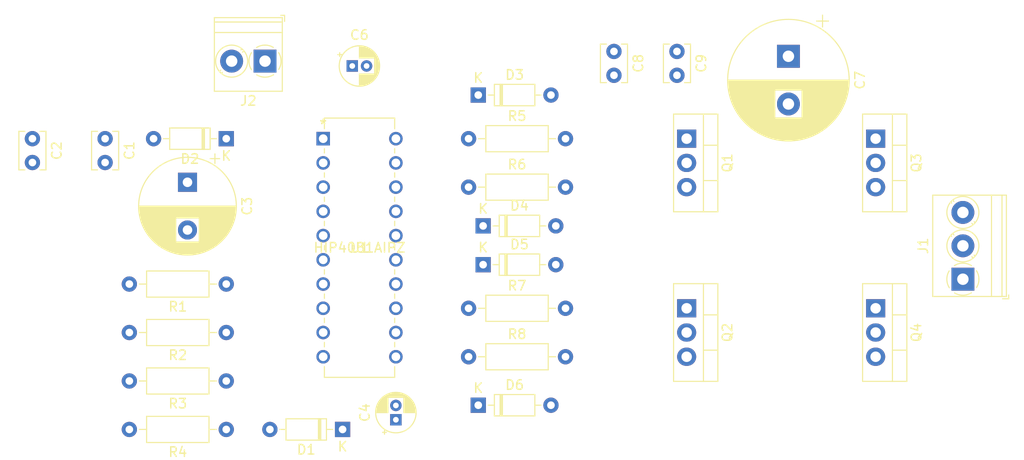
<source format=kicad_pcb>
(kicad_pcb (version 20171130) (host pcbnew "(5.1.10)-1")

  (general
    (thickness 1.6)
    (drawings 0)
    (tracks 0)
    (zones 0)
    (modules 29)
    (nets 23)
  )

  (page A4)
  (layers
    (0 F.Cu signal)
    (31 B.Cu signal)
    (32 B.Adhes user)
    (33 F.Adhes user)
    (34 B.Paste user)
    (35 F.Paste user)
    (36 B.SilkS user)
    (37 F.SilkS user)
    (38 B.Mask user)
    (39 F.Mask user)
    (40 Dwgs.User user hide)
    (41 Cmts.User user)
    (42 Eco1.User user)
    (43 Eco2.User user)
    (44 Edge.Cuts user)
    (45 Margin user)
    (46 B.CrtYd user)
    (47 F.CrtYd user)
    (48 B.Fab user)
    (49 F.Fab user)
  )

  (setup
    (last_trace_width 0.25)
    (trace_clearance 0.2)
    (zone_clearance 0.508)
    (zone_45_only no)
    (trace_min 0.2)
    (via_size 0.8)
    (via_drill 0.4)
    (via_min_size 0.4)
    (via_min_drill 0.3)
    (uvia_size 0.3)
    (uvia_drill 0.1)
    (uvias_allowed no)
    (uvia_min_size 0.2)
    (uvia_min_drill 0.1)
    (edge_width 0.05)
    (segment_width 0.2)
    (pcb_text_width 0.3)
    (pcb_text_size 1.5 1.5)
    (mod_edge_width 0.12)
    (mod_text_size 1 1)
    (mod_text_width 0.15)
    (pad_size 1.524 1.524)
    (pad_drill 0.762)
    (pad_to_mask_clearance 0)
    (aux_axis_origin 0 0)
    (visible_elements FFFFFF7F)
    (pcbplotparams
      (layerselection 0x010fc_ffffffff)
      (usegerberextensions false)
      (usegerberattributes true)
      (usegerberadvancedattributes true)
      (creategerberjobfile true)
      (excludeedgelayer true)
      (linewidth 0.100000)
      (plotframeref false)
      (viasonmask false)
      (mode 1)
      (useauxorigin false)
      (hpglpennumber 1)
      (hpglpenspeed 20)
      (hpglpendiameter 15.000000)
      (psnegative false)
      (psa4output false)
      (plotreference true)
      (plotvalue true)
      (plotinvisibletext false)
      (padsonsilk false)
      (subtractmaskfromsilk false)
      (outputformat 1)
      (mirror false)
      (drillshape 1)
      (scaleselection 1)
      (outputdirectory ""))
  )

  (net 0 "")
  (net 1 "Net-(U1-Pad9)")
  (net 2 "Net-(U1-Pad3)")
  (net 3 ALS)
  (net 4 +10V)
  (net 5 AHS)
  (net 6 "Net-(C4-Pad1)")
  (net 7 BHS)
  (net 8 "Net-(C6-Pad1)")
  (net 9 +15V)
  (net 10 "Net-(D3-Pad2)")
  (net 11 BHO)
  (net 12 "Net-(D4-Pad2)")
  (net 13 BLO)
  (net 14 "Net-(D5-Pad2)")
  (net 15 ALO)
  (net 16 "Net-(D6-Pad2)")
  (net 17 AHO)
  (net 18 PWM+)
  (net 19 "Net-(R1-Pad1)")
  (net 20 PWM-)
  (net 21 "Net-(R2-Pad1)")
  (net 22 "Net-(R3-Pad2)")

  (net_class Default "This is the default net class."
    (clearance 0.2)
    (trace_width 0.25)
    (via_dia 0.8)
    (via_drill 0.4)
    (uvia_dia 0.3)
    (uvia_drill 0.1)
    (add_net +10V)
    (add_net +15V)
    (add_net AHO)
    (add_net AHS)
    (add_net ALO)
    (add_net ALS)
    (add_net BHO)
    (add_net BHS)
    (add_net BLO)
    (add_net "Net-(C4-Pad1)")
    (add_net "Net-(C6-Pad1)")
    (add_net "Net-(D3-Pad2)")
    (add_net "Net-(D4-Pad2)")
    (add_net "Net-(D5-Pad2)")
    (add_net "Net-(D6-Pad2)")
    (add_net "Net-(R1-Pad1)")
    (add_net "Net-(R2-Pad1)")
    (add_net "Net-(R3-Pad2)")
    (add_net "Net-(U1-Pad3)")
    (add_net "Net-(U1-Pad9)")
    (add_net PWM+)
    (add_net PWM-)
  )

  (module TerminalBlock_Phoenix:TerminalBlock_Phoenix_PT-1,5-2-3.5-H_1x02_P3.50mm_Horizontal (layer F.Cu) (tedit 5B294F3F) (tstamp 613FFEC6)
    (at 115.824 57.912 180)
    (descr "Terminal Block Phoenix PT-1,5-2-3.5-H, 2 pins, pitch 3.5mm, size 7x7.6mm^2, drill diamater 1.2mm, pad diameter 2.4mm, see , script-generated using https://github.com/pointhi/kicad-footprint-generator/scripts/TerminalBlock_Phoenix")
    (tags "THT Terminal Block Phoenix PT-1,5-2-3.5-H pitch 3.5mm size 7x7.6mm^2 drill 1.2mm pad 2.4mm")
    (path /61524AC8)
    (fp_text reference J2 (at 1.75 -4.16) (layer F.SilkS)
      (effects (font (size 1 1) (thickness 0.15)))
    )
    (fp_text value Amp_power (at 1.75 5.56) (layer F.Fab)
      (effects (font (size 1 1) (thickness 0.15)))
    )
    (fp_text user %R (at 1.75 2.4) (layer F.Fab)
      (effects (font (size 1 1) (thickness 0.15)))
    )
    (fp_arc (start 0 0) (end -0.866 1.44) (angle -32) (layer F.SilkS) (width 0.12))
    (fp_arc (start 0 0) (end -1.44 -0.866) (angle -63) (layer F.SilkS) (width 0.12))
    (fp_arc (start 0 0) (end 0.866 -1.44) (angle -63) (layer F.SilkS) (width 0.12))
    (fp_arc (start 0 0) (end 1.425 0.891) (angle -64) (layer F.SilkS) (width 0.12))
    (fp_arc (start 0 0) (end 0 1.68) (angle -32) (layer F.SilkS) (width 0.12))
    (fp_circle (center 0 0) (end 1.5 0) (layer F.Fab) (width 0.1))
    (fp_circle (center 3.5 0) (end 5 0) (layer F.Fab) (width 0.1))
    (fp_circle (center 3.5 0) (end 5.18 0) (layer F.SilkS) (width 0.12))
    (fp_line (start -1.75 -3.1) (end 5.25 -3.1) (layer F.Fab) (width 0.1))
    (fp_line (start 5.25 -3.1) (end 5.25 4.5) (layer F.Fab) (width 0.1))
    (fp_line (start 5.25 4.5) (end -1.35 4.5) (layer F.Fab) (width 0.1))
    (fp_line (start -1.35 4.5) (end -1.75 4.1) (layer F.Fab) (width 0.1))
    (fp_line (start -1.75 4.1) (end -1.75 -3.1) (layer F.Fab) (width 0.1))
    (fp_line (start -1.75 4.1) (end 5.25 4.1) (layer F.Fab) (width 0.1))
    (fp_line (start -1.81 4.1) (end 5.31 4.1) (layer F.SilkS) (width 0.12))
    (fp_line (start -1.75 3) (end 5.25 3) (layer F.Fab) (width 0.1))
    (fp_line (start -1.81 3) (end 5.31 3) (layer F.SilkS) (width 0.12))
    (fp_line (start -1.81 -3.16) (end 5.31 -3.16) (layer F.SilkS) (width 0.12))
    (fp_line (start -1.81 4.56) (end 5.31 4.56) (layer F.SilkS) (width 0.12))
    (fp_line (start -1.81 -3.16) (end -1.81 4.56) (layer F.SilkS) (width 0.12))
    (fp_line (start 5.31 -3.16) (end 5.31 4.56) (layer F.SilkS) (width 0.12))
    (fp_line (start 1.138 -0.955) (end -0.955 1.138) (layer F.Fab) (width 0.1))
    (fp_line (start 0.955 -1.138) (end -1.138 0.955) (layer F.Fab) (width 0.1))
    (fp_line (start 4.638 -0.955) (end 2.546 1.138) (layer F.Fab) (width 0.1))
    (fp_line (start 4.455 -1.138) (end 2.363 0.955) (layer F.Fab) (width 0.1))
    (fp_line (start 4.775 -1.069) (end 4.646 -0.941) (layer F.SilkS) (width 0.12))
    (fp_line (start 2.525 1.181) (end 2.431 1.274) (layer F.SilkS) (width 0.12))
    (fp_line (start 4.57 -1.275) (end 4.476 -1.181) (layer F.SilkS) (width 0.12))
    (fp_line (start 2.355 0.941) (end 2.226 1.069) (layer F.SilkS) (width 0.12))
    (fp_line (start -2.05 4.16) (end -2.05 4.8) (layer F.SilkS) (width 0.12))
    (fp_line (start -2.05 4.8) (end -1.65 4.8) (layer F.SilkS) (width 0.12))
    (fp_line (start -2.25 -3.6) (end -2.25 5) (layer F.CrtYd) (width 0.05))
    (fp_line (start -2.25 5) (end 5.75 5) (layer F.CrtYd) (width 0.05))
    (fp_line (start 5.75 5) (end 5.75 -3.6) (layer F.CrtYd) (width 0.05))
    (fp_line (start 5.75 -3.6) (end -2.25 -3.6) (layer F.CrtYd) (width 0.05))
    (pad 2 thru_hole circle (at 3.5 0 180) (size 2.4 2.4) (drill 1.2) (layers *.Cu *.Mask)
      (net 3 ALS))
    (pad 1 thru_hole rect (at 0 0 180) (size 2.4 2.4) (drill 1.2) (layers *.Cu *.Mask)
      (net 9 +15V))
    (model ${KISYS3DMOD}/TerminalBlock_Phoenix.3dshapes/TerminalBlock_Phoenix_PT-1,5-2-3.5-H_1x02_P3.50mm_Horizontal.wrl
      (at (xyz 0 0 0))
      (scale (xyz 1 1 1))
      (rotate (xyz 0 0 0))
    )
  )

  (module TerminalBlock_Phoenix:TerminalBlock_Phoenix_PT-1,5-3-3.5-H_1x03_P3.50mm_Horizontal (layer F.Cu) (tedit 5B294F3F) (tstamp 613FE6E3)
    (at 188.976 80.772 90)
    (descr "Terminal Block Phoenix PT-1,5-3-3.5-H, 3 pins, pitch 3.5mm, size 10.5x7.6mm^2, drill diamater 1.2mm, pad diameter 2.4mm, see , script-generated using https://github.com/pointhi/kicad-footprint-generator/scripts/TerminalBlock_Phoenix")
    (tags "THT Terminal Block Phoenix PT-1,5-3-3.5-H pitch 3.5mm size 10.5x7.6mm^2 drill 1.2mm pad 2.4mm")
    (path /61503170)
    (fp_text reference J1 (at 3.5 -4.16 90) (layer F.SilkS)
      (effects (font (size 1 1) (thickness 0.15)))
    )
    (fp_text value Power_PWM_output (at 3.5 5.56 90) (layer F.Fab)
      (effects (font (size 1 1) (thickness 0.15)))
    )
    (fp_text user %R (at 3.5 2.4 90) (layer F.Fab)
      (effects (font (size 1 1) (thickness 0.15)))
    )
    (fp_arc (start 0 0) (end -0.866 1.44) (angle -32) (layer F.SilkS) (width 0.12))
    (fp_arc (start 0 0) (end -1.44 -0.866) (angle -63) (layer F.SilkS) (width 0.12))
    (fp_arc (start 0 0) (end 0.866 -1.44) (angle -63) (layer F.SilkS) (width 0.12))
    (fp_arc (start 0 0) (end 1.425 0.891) (angle -64) (layer F.SilkS) (width 0.12))
    (fp_arc (start 0 0) (end 0 1.68) (angle -32) (layer F.SilkS) (width 0.12))
    (fp_circle (center 0 0) (end 1.5 0) (layer F.Fab) (width 0.1))
    (fp_circle (center 3.5 0) (end 5 0) (layer F.Fab) (width 0.1))
    (fp_circle (center 3.5 0) (end 5.18 0) (layer F.SilkS) (width 0.12))
    (fp_circle (center 7 0) (end 8.5 0) (layer F.Fab) (width 0.1))
    (fp_circle (center 7 0) (end 8.68 0) (layer F.SilkS) (width 0.12))
    (fp_line (start -1.75 -3.1) (end 8.75 -3.1) (layer F.Fab) (width 0.1))
    (fp_line (start 8.75 -3.1) (end 8.75 4.5) (layer F.Fab) (width 0.1))
    (fp_line (start 8.75 4.5) (end -1.35 4.5) (layer F.Fab) (width 0.1))
    (fp_line (start -1.35 4.5) (end -1.75 4.1) (layer F.Fab) (width 0.1))
    (fp_line (start -1.75 4.1) (end -1.75 -3.1) (layer F.Fab) (width 0.1))
    (fp_line (start -1.75 4.1) (end 8.75 4.1) (layer F.Fab) (width 0.1))
    (fp_line (start -1.81 4.1) (end 8.81 4.1) (layer F.SilkS) (width 0.12))
    (fp_line (start -1.75 3) (end 8.75 3) (layer F.Fab) (width 0.1))
    (fp_line (start -1.81 3) (end 8.81 3) (layer F.SilkS) (width 0.12))
    (fp_line (start -1.81 -3.16) (end 8.81 -3.16) (layer F.SilkS) (width 0.12))
    (fp_line (start -1.81 4.56) (end 8.81 4.56) (layer F.SilkS) (width 0.12))
    (fp_line (start -1.81 -3.16) (end -1.81 4.56) (layer F.SilkS) (width 0.12))
    (fp_line (start 8.81 -3.16) (end 8.81 4.56) (layer F.SilkS) (width 0.12))
    (fp_line (start 1.138 -0.955) (end -0.955 1.138) (layer F.Fab) (width 0.1))
    (fp_line (start 0.955 -1.138) (end -1.138 0.955) (layer F.Fab) (width 0.1))
    (fp_line (start 4.638 -0.955) (end 2.546 1.138) (layer F.Fab) (width 0.1))
    (fp_line (start 4.455 -1.138) (end 2.363 0.955) (layer F.Fab) (width 0.1))
    (fp_line (start 4.775 -1.069) (end 4.646 -0.941) (layer F.SilkS) (width 0.12))
    (fp_line (start 2.525 1.181) (end 2.431 1.274) (layer F.SilkS) (width 0.12))
    (fp_line (start 4.57 -1.275) (end 4.476 -1.181) (layer F.SilkS) (width 0.12))
    (fp_line (start 2.355 0.941) (end 2.226 1.069) (layer F.SilkS) (width 0.12))
    (fp_line (start 8.138 -0.955) (end 6.046 1.138) (layer F.Fab) (width 0.1))
    (fp_line (start 7.955 -1.138) (end 5.863 0.955) (layer F.Fab) (width 0.1))
    (fp_line (start 8.275 -1.069) (end 8.146 -0.941) (layer F.SilkS) (width 0.12))
    (fp_line (start 6.025 1.181) (end 5.931 1.274) (layer F.SilkS) (width 0.12))
    (fp_line (start 8.07 -1.275) (end 7.976 -1.181) (layer F.SilkS) (width 0.12))
    (fp_line (start 5.855 0.941) (end 5.726 1.069) (layer F.SilkS) (width 0.12))
    (fp_line (start -2.05 4.16) (end -2.05 4.8) (layer F.SilkS) (width 0.12))
    (fp_line (start -2.05 4.8) (end -1.65 4.8) (layer F.SilkS) (width 0.12))
    (fp_line (start -2.25 -3.6) (end -2.25 5) (layer F.CrtYd) (width 0.05))
    (fp_line (start -2.25 5) (end 9.25 5) (layer F.CrtYd) (width 0.05))
    (fp_line (start 9.25 5) (end 9.25 -3.6) (layer F.CrtYd) (width 0.05))
    (fp_line (start 9.25 -3.6) (end -2.25 -3.6) (layer F.CrtYd) (width 0.05))
    (pad 3 thru_hole circle (at 7 0 90) (size 2.4 2.4) (drill 1.2) (layers *.Cu *.Mask)
      (net 5 AHS))
    (pad 2 thru_hole circle (at 3.5 0 90) (size 2.4 2.4) (drill 1.2) (layers *.Cu *.Mask)
      (net 3 ALS))
    (pad 1 thru_hole rect (at 0 0 90) (size 2.4 2.4) (drill 1.2) (layers *.Cu *.Mask)
      (net 7 BHS))
    (model ${KISYS3DMOD}/TerminalBlock_Phoenix.3dshapes/TerminalBlock_Phoenix_PT-1,5-3-3.5-H_1x03_P3.50mm_Horizontal.wrl
      (at (xyz 0 0 0))
      (scale (xyz 1 1 1))
      (rotate (xyz 0 0 0))
    )
  )

  (module Resistor_THT:R_Axial_DIN0207_L6.3mm_D2.5mm_P10.16mm_Horizontal (layer F.Cu) (tedit 5AE5139B) (tstamp 613FA56D)
    (at 137.16 88.9)
    (descr "Resistor, Axial_DIN0207 series, Axial, Horizontal, pin pitch=10.16mm, 0.25W = 1/4W, length*diameter=6.3*2.5mm^2, http://cdn-reichelt.de/documents/datenblatt/B400/1_4W%23YAG.pdf")
    (tags "Resistor Axial_DIN0207 series Axial Horizontal pin pitch 10.16mm 0.25W = 1/4W length 6.3mm diameter 2.5mm")
    (path /614A57AA)
    (fp_text reference R8 (at 5.08 -2.37) (layer F.SilkS)
      (effects (font (size 1 1) (thickness 0.15)))
    )
    (fp_text value 100R (at 5.08 2.37) (layer F.Fab)
      (effects (font (size 1 1) (thickness 0.15)))
    )
    (fp_text user %R (at 5.08 0) (layer F.Fab)
      (effects (font (size 1 1) (thickness 0.15)))
    )
    (fp_line (start 1.93 -1.25) (end 1.93 1.25) (layer F.Fab) (width 0.1))
    (fp_line (start 1.93 1.25) (end 8.23 1.25) (layer F.Fab) (width 0.1))
    (fp_line (start 8.23 1.25) (end 8.23 -1.25) (layer F.Fab) (width 0.1))
    (fp_line (start 8.23 -1.25) (end 1.93 -1.25) (layer F.Fab) (width 0.1))
    (fp_line (start 0 0) (end 1.93 0) (layer F.Fab) (width 0.1))
    (fp_line (start 10.16 0) (end 8.23 0) (layer F.Fab) (width 0.1))
    (fp_line (start 1.81 -1.37) (end 1.81 1.37) (layer F.SilkS) (width 0.12))
    (fp_line (start 1.81 1.37) (end 8.35 1.37) (layer F.SilkS) (width 0.12))
    (fp_line (start 8.35 1.37) (end 8.35 -1.37) (layer F.SilkS) (width 0.12))
    (fp_line (start 8.35 -1.37) (end 1.81 -1.37) (layer F.SilkS) (width 0.12))
    (fp_line (start 1.04 0) (end 1.81 0) (layer F.SilkS) (width 0.12))
    (fp_line (start 9.12 0) (end 8.35 0) (layer F.SilkS) (width 0.12))
    (fp_line (start -1.05 -1.5) (end -1.05 1.5) (layer F.CrtYd) (width 0.05))
    (fp_line (start -1.05 1.5) (end 11.21 1.5) (layer F.CrtYd) (width 0.05))
    (fp_line (start 11.21 1.5) (end 11.21 -1.5) (layer F.CrtYd) (width 0.05))
    (fp_line (start 11.21 -1.5) (end -1.05 -1.5) (layer F.CrtYd) (width 0.05))
    (pad 2 thru_hole oval (at 10.16 0) (size 1.6 1.6) (drill 0.8) (layers *.Cu *.Mask)
      (net 16 "Net-(D6-Pad2)"))
    (pad 1 thru_hole circle (at 0 0) (size 1.6 1.6) (drill 0.8) (layers *.Cu *.Mask)
      (net 17 AHO))
    (model ${KISYS3DMOD}/Resistor_THT.3dshapes/R_Axial_DIN0207_L6.3mm_D2.5mm_P10.16mm_Horizontal.wrl
      (at (xyz 0 0 0))
      (scale (xyz 1 1 1))
      (rotate (xyz 0 0 0))
    )
  )

  (module Resistor_THT:R_Axial_DIN0207_L6.3mm_D2.5mm_P10.16mm_Horizontal (layer F.Cu) (tedit 5AE5139B) (tstamp 613FC002)
    (at 137.16 83.82)
    (descr "Resistor, Axial_DIN0207 series, Axial, Horizontal, pin pitch=10.16mm, 0.25W = 1/4W, length*diameter=6.3*2.5mm^2, http://cdn-reichelt.de/documents/datenblatt/B400/1_4W%23YAG.pdf")
    (tags "Resistor Axial_DIN0207 series Axial Horizontal pin pitch 10.16mm 0.25W = 1/4W length 6.3mm diameter 2.5mm")
    (path /614A57D4)
    (fp_text reference R7 (at 5.08 -2.37) (layer F.SilkS)
      (effects (font (size 1 1) (thickness 0.15)))
    )
    (fp_text value 100R (at 5.08 2.37) (layer F.Fab)
      (effects (font (size 1 1) (thickness 0.15)))
    )
    (fp_text user %R (at 5.08 0) (layer F.Fab)
      (effects (font (size 1 1) (thickness 0.15)))
    )
    (fp_line (start 1.93 -1.25) (end 1.93 1.25) (layer F.Fab) (width 0.1))
    (fp_line (start 1.93 1.25) (end 8.23 1.25) (layer F.Fab) (width 0.1))
    (fp_line (start 8.23 1.25) (end 8.23 -1.25) (layer F.Fab) (width 0.1))
    (fp_line (start 8.23 -1.25) (end 1.93 -1.25) (layer F.Fab) (width 0.1))
    (fp_line (start 0 0) (end 1.93 0) (layer F.Fab) (width 0.1))
    (fp_line (start 10.16 0) (end 8.23 0) (layer F.Fab) (width 0.1))
    (fp_line (start 1.81 -1.37) (end 1.81 1.37) (layer F.SilkS) (width 0.12))
    (fp_line (start 1.81 1.37) (end 8.35 1.37) (layer F.SilkS) (width 0.12))
    (fp_line (start 8.35 1.37) (end 8.35 -1.37) (layer F.SilkS) (width 0.12))
    (fp_line (start 8.35 -1.37) (end 1.81 -1.37) (layer F.SilkS) (width 0.12))
    (fp_line (start 1.04 0) (end 1.81 0) (layer F.SilkS) (width 0.12))
    (fp_line (start 9.12 0) (end 8.35 0) (layer F.SilkS) (width 0.12))
    (fp_line (start -1.05 -1.5) (end -1.05 1.5) (layer F.CrtYd) (width 0.05))
    (fp_line (start -1.05 1.5) (end 11.21 1.5) (layer F.CrtYd) (width 0.05))
    (fp_line (start 11.21 1.5) (end 11.21 -1.5) (layer F.CrtYd) (width 0.05))
    (fp_line (start 11.21 -1.5) (end -1.05 -1.5) (layer F.CrtYd) (width 0.05))
    (pad 2 thru_hole oval (at 10.16 0) (size 1.6 1.6) (drill 0.8) (layers *.Cu *.Mask)
      (net 14 "Net-(D5-Pad2)"))
    (pad 1 thru_hole circle (at 0 0) (size 1.6 1.6) (drill 0.8) (layers *.Cu *.Mask)
      (net 15 ALO))
    (model ${KISYS3DMOD}/Resistor_THT.3dshapes/R_Axial_DIN0207_L6.3mm_D2.5mm_P10.16mm_Horizontal.wrl
      (at (xyz 0 0 0))
      (scale (xyz 1 1 1))
      (rotate (xyz 0 0 0))
    )
  )

  (module Resistor_THT:R_Axial_DIN0207_L6.3mm_D2.5mm_P10.16mm_Horizontal (layer F.Cu) (tedit 5AE5139B) (tstamp 613FA53F)
    (at 137.16 71.12)
    (descr "Resistor, Axial_DIN0207 series, Axial, Horizontal, pin pitch=10.16mm, 0.25W = 1/4W, length*diameter=6.3*2.5mm^2, http://cdn-reichelt.de/documents/datenblatt/B400/1_4W%23YAG.pdf")
    (tags "Resistor Axial_DIN0207 series Axial Horizontal pin pitch 10.16mm 0.25W = 1/4W length 6.3mm diameter 2.5mm")
    (path /61475725)
    (fp_text reference R6 (at 5.08 -2.37) (layer F.SilkS)
      (effects (font (size 1 1) (thickness 0.15)))
    )
    (fp_text value 100R (at 5.08 2.37) (layer F.Fab)
      (effects (font (size 1 1) (thickness 0.15)))
    )
    (fp_text user %R (at 5.08 0) (layer F.Fab)
      (effects (font (size 1 1) (thickness 0.15)))
    )
    (fp_line (start 1.93 -1.25) (end 1.93 1.25) (layer F.Fab) (width 0.1))
    (fp_line (start 1.93 1.25) (end 8.23 1.25) (layer F.Fab) (width 0.1))
    (fp_line (start 8.23 1.25) (end 8.23 -1.25) (layer F.Fab) (width 0.1))
    (fp_line (start 8.23 -1.25) (end 1.93 -1.25) (layer F.Fab) (width 0.1))
    (fp_line (start 0 0) (end 1.93 0) (layer F.Fab) (width 0.1))
    (fp_line (start 10.16 0) (end 8.23 0) (layer F.Fab) (width 0.1))
    (fp_line (start 1.81 -1.37) (end 1.81 1.37) (layer F.SilkS) (width 0.12))
    (fp_line (start 1.81 1.37) (end 8.35 1.37) (layer F.SilkS) (width 0.12))
    (fp_line (start 8.35 1.37) (end 8.35 -1.37) (layer F.SilkS) (width 0.12))
    (fp_line (start 8.35 -1.37) (end 1.81 -1.37) (layer F.SilkS) (width 0.12))
    (fp_line (start 1.04 0) (end 1.81 0) (layer F.SilkS) (width 0.12))
    (fp_line (start 9.12 0) (end 8.35 0) (layer F.SilkS) (width 0.12))
    (fp_line (start -1.05 -1.5) (end -1.05 1.5) (layer F.CrtYd) (width 0.05))
    (fp_line (start -1.05 1.5) (end 11.21 1.5) (layer F.CrtYd) (width 0.05))
    (fp_line (start 11.21 1.5) (end 11.21 -1.5) (layer F.CrtYd) (width 0.05))
    (fp_line (start 11.21 -1.5) (end -1.05 -1.5) (layer F.CrtYd) (width 0.05))
    (pad 2 thru_hole oval (at 10.16 0) (size 1.6 1.6) (drill 0.8) (layers *.Cu *.Mask)
      (net 12 "Net-(D4-Pad2)"))
    (pad 1 thru_hole circle (at 0 0) (size 1.6 1.6) (drill 0.8) (layers *.Cu *.Mask)
      (net 13 BLO))
    (model ${KISYS3DMOD}/Resistor_THT.3dshapes/R_Axial_DIN0207_L6.3mm_D2.5mm_P10.16mm_Horizontal.wrl
      (at (xyz 0 0 0))
      (scale (xyz 1 1 1))
      (rotate (xyz 0 0 0))
    )
  )

  (module Resistor_THT:R_Axial_DIN0207_L6.3mm_D2.5mm_P10.16mm_Horizontal (layer F.Cu) (tedit 5AE5139B) (tstamp 613FA528)
    (at 137.16 66.04)
    (descr "Resistor, Axial_DIN0207 series, Axial, Horizontal, pin pitch=10.16mm, 0.25W = 1/4W, length*diameter=6.3*2.5mm^2, http://cdn-reichelt.de/documents/datenblatt/B400/1_4W%23YAG.pdf")
    (tags "Resistor Axial_DIN0207 series Axial Horizontal pin pitch 10.16mm 0.25W = 1/4W length 6.3mm diameter 2.5mm")
    (path /613F5DAA)
    (fp_text reference R5 (at 5.08 -2.37) (layer F.SilkS)
      (effects (font (size 1 1) (thickness 0.15)))
    )
    (fp_text value 100R (at 5.08 2.37) (layer F.Fab)
      (effects (font (size 1 1) (thickness 0.15)))
    )
    (fp_text user %R (at 5.08 0) (layer F.Fab)
      (effects (font (size 1 1) (thickness 0.15)))
    )
    (fp_line (start 1.93 -1.25) (end 1.93 1.25) (layer F.Fab) (width 0.1))
    (fp_line (start 1.93 1.25) (end 8.23 1.25) (layer F.Fab) (width 0.1))
    (fp_line (start 8.23 1.25) (end 8.23 -1.25) (layer F.Fab) (width 0.1))
    (fp_line (start 8.23 -1.25) (end 1.93 -1.25) (layer F.Fab) (width 0.1))
    (fp_line (start 0 0) (end 1.93 0) (layer F.Fab) (width 0.1))
    (fp_line (start 10.16 0) (end 8.23 0) (layer F.Fab) (width 0.1))
    (fp_line (start 1.81 -1.37) (end 1.81 1.37) (layer F.SilkS) (width 0.12))
    (fp_line (start 1.81 1.37) (end 8.35 1.37) (layer F.SilkS) (width 0.12))
    (fp_line (start 8.35 1.37) (end 8.35 -1.37) (layer F.SilkS) (width 0.12))
    (fp_line (start 8.35 -1.37) (end 1.81 -1.37) (layer F.SilkS) (width 0.12))
    (fp_line (start 1.04 0) (end 1.81 0) (layer F.SilkS) (width 0.12))
    (fp_line (start 9.12 0) (end 8.35 0) (layer F.SilkS) (width 0.12))
    (fp_line (start -1.05 -1.5) (end -1.05 1.5) (layer F.CrtYd) (width 0.05))
    (fp_line (start -1.05 1.5) (end 11.21 1.5) (layer F.CrtYd) (width 0.05))
    (fp_line (start 11.21 1.5) (end 11.21 -1.5) (layer F.CrtYd) (width 0.05))
    (fp_line (start 11.21 -1.5) (end -1.05 -1.5) (layer F.CrtYd) (width 0.05))
    (pad 2 thru_hole oval (at 10.16 0) (size 1.6 1.6) (drill 0.8) (layers *.Cu *.Mask)
      (net 10 "Net-(D3-Pad2)"))
    (pad 1 thru_hole circle (at 0 0) (size 1.6 1.6) (drill 0.8) (layers *.Cu *.Mask)
      (net 11 BHO))
    (model ${KISYS3DMOD}/Resistor_THT.3dshapes/R_Axial_DIN0207_L6.3mm_D2.5mm_P10.16mm_Horizontal.wrl
      (at (xyz 0 0 0))
      (scale (xyz 1 1 1))
      (rotate (xyz 0 0 0))
    )
  )

  (module Resistor_THT:R_Axial_DIN0207_L6.3mm_D2.5mm_P10.16mm_Horizontal (layer F.Cu) (tedit 5AE5139B) (tstamp 613FA511)
    (at 111.76 96.52 180)
    (descr "Resistor, Axial_DIN0207 series, Axial, Horizontal, pin pitch=10.16mm, 0.25W = 1/4W, length*diameter=6.3*2.5mm^2, http://cdn-reichelt.de/documents/datenblatt/B400/1_4W%23YAG.pdf")
    (tags "Resistor Axial_DIN0207 series Axial Horizontal pin pitch 10.16mm 0.25W = 1/4W length 6.3mm diameter 2.5mm")
    (path /613F54F9)
    (fp_text reference R4 (at 5.08 -2.37) (layer F.SilkS)
      (effects (font (size 1 1) (thickness 0.15)))
    )
    (fp_text value 47kR (at 5.08 2.37) (layer F.Fab)
      (effects (font (size 1 1) (thickness 0.15)))
    )
    (fp_text user %R (at 5.08 0) (layer F.Fab)
      (effects (font (size 1 1) (thickness 0.15)))
    )
    (fp_line (start 1.93 -1.25) (end 1.93 1.25) (layer F.Fab) (width 0.1))
    (fp_line (start 1.93 1.25) (end 8.23 1.25) (layer F.Fab) (width 0.1))
    (fp_line (start 8.23 1.25) (end 8.23 -1.25) (layer F.Fab) (width 0.1))
    (fp_line (start 8.23 -1.25) (end 1.93 -1.25) (layer F.Fab) (width 0.1))
    (fp_line (start 0 0) (end 1.93 0) (layer F.Fab) (width 0.1))
    (fp_line (start 10.16 0) (end 8.23 0) (layer F.Fab) (width 0.1))
    (fp_line (start 1.81 -1.37) (end 1.81 1.37) (layer F.SilkS) (width 0.12))
    (fp_line (start 1.81 1.37) (end 8.35 1.37) (layer F.SilkS) (width 0.12))
    (fp_line (start 8.35 1.37) (end 8.35 -1.37) (layer F.SilkS) (width 0.12))
    (fp_line (start 8.35 -1.37) (end 1.81 -1.37) (layer F.SilkS) (width 0.12))
    (fp_line (start 1.04 0) (end 1.81 0) (layer F.SilkS) (width 0.12))
    (fp_line (start 9.12 0) (end 8.35 0) (layer F.SilkS) (width 0.12))
    (fp_line (start -1.05 -1.5) (end -1.05 1.5) (layer F.CrtYd) (width 0.05))
    (fp_line (start -1.05 1.5) (end 11.21 1.5) (layer F.CrtYd) (width 0.05))
    (fp_line (start 11.21 1.5) (end 11.21 -1.5) (layer F.CrtYd) (width 0.05))
    (fp_line (start 11.21 -1.5) (end -1.05 -1.5) (layer F.CrtYd) (width 0.05))
    (pad 2 thru_hole oval (at 10.16 0 180) (size 1.6 1.6) (drill 0.8) (layers *.Cu *.Mask)
      (net 22 "Net-(R3-Pad2)"))
    (pad 1 thru_hole circle (at 0 0 180) (size 1.6 1.6) (drill 0.8) (layers *.Cu *.Mask)
      (net 3 ALS))
    (model ${KISYS3DMOD}/Resistor_THT.3dshapes/R_Axial_DIN0207_L6.3mm_D2.5mm_P10.16mm_Horizontal.wrl
      (at (xyz 0 0 0))
      (scale (xyz 1 1 1))
      (rotate (xyz 0 0 0))
    )
  )

  (module Resistor_THT:R_Axial_DIN0207_L6.3mm_D2.5mm_P10.16mm_Horizontal (layer F.Cu) (tedit 5AE5139B) (tstamp 613FA4FA)
    (at 111.76 91.44 180)
    (descr "Resistor, Axial_DIN0207 series, Axial, Horizontal, pin pitch=10.16mm, 0.25W = 1/4W, length*diameter=6.3*2.5mm^2, http://cdn-reichelt.de/documents/datenblatt/B400/1_4W%23YAG.pdf")
    (tags "Resistor Axial_DIN0207 series Axial Horizontal pin pitch 10.16mm 0.25W = 1/4W length 6.3mm diameter 2.5mm")
    (path /6141DAA0)
    (fp_text reference R3 (at 5.08 -2.37) (layer F.SilkS)
      (effects (font (size 1 1) (thickness 0.15)))
    )
    (fp_text value 47kR (at 5.08 2.37) (layer F.Fab)
      (effects (font (size 1 1) (thickness 0.15)))
    )
    (fp_text user %R (at 5.08 0) (layer F.Fab)
      (effects (font (size 1 1) (thickness 0.15)))
    )
    (fp_line (start 1.93 -1.25) (end 1.93 1.25) (layer F.Fab) (width 0.1))
    (fp_line (start 1.93 1.25) (end 8.23 1.25) (layer F.Fab) (width 0.1))
    (fp_line (start 8.23 1.25) (end 8.23 -1.25) (layer F.Fab) (width 0.1))
    (fp_line (start 8.23 -1.25) (end 1.93 -1.25) (layer F.Fab) (width 0.1))
    (fp_line (start 0 0) (end 1.93 0) (layer F.Fab) (width 0.1))
    (fp_line (start 10.16 0) (end 8.23 0) (layer F.Fab) (width 0.1))
    (fp_line (start 1.81 -1.37) (end 1.81 1.37) (layer F.SilkS) (width 0.12))
    (fp_line (start 1.81 1.37) (end 8.35 1.37) (layer F.SilkS) (width 0.12))
    (fp_line (start 8.35 1.37) (end 8.35 -1.37) (layer F.SilkS) (width 0.12))
    (fp_line (start 8.35 -1.37) (end 1.81 -1.37) (layer F.SilkS) (width 0.12))
    (fp_line (start 1.04 0) (end 1.81 0) (layer F.SilkS) (width 0.12))
    (fp_line (start 9.12 0) (end 8.35 0) (layer F.SilkS) (width 0.12))
    (fp_line (start -1.05 -1.5) (end -1.05 1.5) (layer F.CrtYd) (width 0.05))
    (fp_line (start -1.05 1.5) (end 11.21 1.5) (layer F.CrtYd) (width 0.05))
    (fp_line (start 11.21 1.5) (end 11.21 -1.5) (layer F.CrtYd) (width 0.05))
    (fp_line (start 11.21 -1.5) (end -1.05 -1.5) (layer F.CrtYd) (width 0.05))
    (pad 2 thru_hole oval (at 10.16 0 180) (size 1.6 1.6) (drill 0.8) (layers *.Cu *.Mask)
      (net 22 "Net-(R3-Pad2)"))
    (pad 1 thru_hole circle (at 0 0 180) (size 1.6 1.6) (drill 0.8) (layers *.Cu *.Mask)
      (net 3 ALS))
    (model ${KISYS3DMOD}/Resistor_THT.3dshapes/R_Axial_DIN0207_L6.3mm_D2.5mm_P10.16mm_Horizontal.wrl
      (at (xyz 0 0 0))
      (scale (xyz 1 1 1))
      (rotate (xyz 0 0 0))
    )
  )

  (module Resistor_THT:R_Axial_DIN0207_L6.3mm_D2.5mm_P10.16mm_Horizontal (layer F.Cu) (tedit 5AE5139B) (tstamp 613FA4E3)
    (at 111.76 86.36 180)
    (descr "Resistor, Axial_DIN0207 series, Axial, Horizontal, pin pitch=10.16mm, 0.25W = 1/4W, length*diameter=6.3*2.5mm^2, http://cdn-reichelt.de/documents/datenblatt/B400/1_4W%23YAG.pdf")
    (tags "Resistor Axial_DIN0207 series Axial Horizontal pin pitch 10.16mm 0.25W = 1/4W length 6.3mm diameter 2.5mm")
    (path /613F7333)
    (fp_text reference R2 (at 5.08 -2.37) (layer F.SilkS)
      (effects (font (size 1 1) (thickness 0.15)))
    )
    (fp_text value 470R (at 5.08 2.37) (layer F.Fab)
      (effects (font (size 1 1) (thickness 0.15)))
    )
    (fp_text user %R (at 5.08 0) (layer F.Fab)
      (effects (font (size 1 1) (thickness 0.15)))
    )
    (fp_line (start 1.93 -1.25) (end 1.93 1.25) (layer F.Fab) (width 0.1))
    (fp_line (start 1.93 1.25) (end 8.23 1.25) (layer F.Fab) (width 0.1))
    (fp_line (start 8.23 1.25) (end 8.23 -1.25) (layer F.Fab) (width 0.1))
    (fp_line (start 8.23 -1.25) (end 1.93 -1.25) (layer F.Fab) (width 0.1))
    (fp_line (start 0 0) (end 1.93 0) (layer F.Fab) (width 0.1))
    (fp_line (start 10.16 0) (end 8.23 0) (layer F.Fab) (width 0.1))
    (fp_line (start 1.81 -1.37) (end 1.81 1.37) (layer F.SilkS) (width 0.12))
    (fp_line (start 1.81 1.37) (end 8.35 1.37) (layer F.SilkS) (width 0.12))
    (fp_line (start 8.35 1.37) (end 8.35 -1.37) (layer F.SilkS) (width 0.12))
    (fp_line (start 8.35 -1.37) (end 1.81 -1.37) (layer F.SilkS) (width 0.12))
    (fp_line (start 1.04 0) (end 1.81 0) (layer F.SilkS) (width 0.12))
    (fp_line (start 9.12 0) (end 8.35 0) (layer F.SilkS) (width 0.12))
    (fp_line (start -1.05 -1.5) (end -1.05 1.5) (layer F.CrtYd) (width 0.05))
    (fp_line (start -1.05 1.5) (end 11.21 1.5) (layer F.CrtYd) (width 0.05))
    (fp_line (start 11.21 1.5) (end 11.21 -1.5) (layer F.CrtYd) (width 0.05))
    (fp_line (start 11.21 -1.5) (end -1.05 -1.5) (layer F.CrtYd) (width 0.05))
    (pad 2 thru_hole oval (at 10.16 0 180) (size 1.6 1.6) (drill 0.8) (layers *.Cu *.Mask)
      (net 20 PWM-))
    (pad 1 thru_hole circle (at 0 0 180) (size 1.6 1.6) (drill 0.8) (layers *.Cu *.Mask)
      (net 21 "Net-(R2-Pad1)"))
    (model ${KISYS3DMOD}/Resistor_THT.3dshapes/R_Axial_DIN0207_L6.3mm_D2.5mm_P10.16mm_Horizontal.wrl
      (at (xyz 0 0 0))
      (scale (xyz 1 1 1))
      (rotate (xyz 0 0 0))
    )
  )

  (module Resistor_THT:R_Axial_DIN0207_L6.3mm_D2.5mm_P10.16mm_Horizontal (layer F.Cu) (tedit 5AE5139B) (tstamp 613FA4CC)
    (at 111.76 81.28 180)
    (descr "Resistor, Axial_DIN0207 series, Axial, Horizontal, pin pitch=10.16mm, 0.25W = 1/4W, length*diameter=6.3*2.5mm^2, http://cdn-reichelt.de/documents/datenblatt/B400/1_4W%23YAG.pdf")
    (tags "Resistor Axial_DIN0207 series Axial Horizontal pin pitch 10.16mm 0.25W = 1/4W length 6.3mm diameter 2.5mm")
    (path /613FAC96)
    (fp_text reference R1 (at 5.08 -2.37) (layer F.SilkS)
      (effects (font (size 1 1) (thickness 0.15)))
    )
    (fp_text value 470R (at 5.08 2.37) (layer F.Fab)
      (effects (font (size 1 1) (thickness 0.15)))
    )
    (fp_text user %R (at 5.08 0) (layer F.Fab)
      (effects (font (size 1 1) (thickness 0.15)))
    )
    (fp_line (start 1.93 -1.25) (end 1.93 1.25) (layer F.Fab) (width 0.1))
    (fp_line (start 1.93 1.25) (end 8.23 1.25) (layer F.Fab) (width 0.1))
    (fp_line (start 8.23 1.25) (end 8.23 -1.25) (layer F.Fab) (width 0.1))
    (fp_line (start 8.23 -1.25) (end 1.93 -1.25) (layer F.Fab) (width 0.1))
    (fp_line (start 0 0) (end 1.93 0) (layer F.Fab) (width 0.1))
    (fp_line (start 10.16 0) (end 8.23 0) (layer F.Fab) (width 0.1))
    (fp_line (start 1.81 -1.37) (end 1.81 1.37) (layer F.SilkS) (width 0.12))
    (fp_line (start 1.81 1.37) (end 8.35 1.37) (layer F.SilkS) (width 0.12))
    (fp_line (start 8.35 1.37) (end 8.35 -1.37) (layer F.SilkS) (width 0.12))
    (fp_line (start 8.35 -1.37) (end 1.81 -1.37) (layer F.SilkS) (width 0.12))
    (fp_line (start 1.04 0) (end 1.81 0) (layer F.SilkS) (width 0.12))
    (fp_line (start 9.12 0) (end 8.35 0) (layer F.SilkS) (width 0.12))
    (fp_line (start -1.05 -1.5) (end -1.05 1.5) (layer F.CrtYd) (width 0.05))
    (fp_line (start -1.05 1.5) (end 11.21 1.5) (layer F.CrtYd) (width 0.05))
    (fp_line (start 11.21 1.5) (end 11.21 -1.5) (layer F.CrtYd) (width 0.05))
    (fp_line (start 11.21 -1.5) (end -1.05 -1.5) (layer F.CrtYd) (width 0.05))
    (pad 2 thru_hole oval (at 10.16 0 180) (size 1.6 1.6) (drill 0.8) (layers *.Cu *.Mask)
      (net 18 PWM+))
    (pad 1 thru_hole circle (at 0 0 180) (size 1.6 1.6) (drill 0.8) (layers *.Cu *.Mask)
      (net 19 "Net-(R1-Pad1)"))
    (model ${KISYS3DMOD}/Resistor_THT.3dshapes/R_Axial_DIN0207_L6.3mm_D2.5mm_P10.16mm_Horizontal.wrl
      (at (xyz 0 0 0))
      (scale (xyz 1 1 1))
      (rotate (xyz 0 0 0))
    )
  )

  (module Package_TO_SOT_THT:TO-220-3_Vertical (layer F.Cu) (tedit 5AC8BA0D) (tstamp 613FA4B5)
    (at 179.832 83.82 270)
    (descr "TO-220-3, Vertical, RM 2.54mm, see https://www.vishay.com/docs/66542/to-220-1.pdf")
    (tags "TO-220-3 Vertical RM 2.54mm")
    (path /614A57B0)
    (fp_text reference Q4 (at 2.54 -4.27 90) (layer F.SilkS)
      (effects (font (size 1 1) (thickness 0.15)))
    )
    (fp_text value IRF510PBF (at 2.54 2.5 90) (layer F.Fab)
      (effects (font (size 1 1) (thickness 0.15)))
    )
    (fp_text user %R (at 2.54 -4.27 90) (layer F.Fab)
      (effects (font (size 1 1) (thickness 0.15)))
    )
    (fp_line (start -2.46 -3.15) (end -2.46 1.25) (layer F.Fab) (width 0.1))
    (fp_line (start -2.46 1.25) (end 7.54 1.25) (layer F.Fab) (width 0.1))
    (fp_line (start 7.54 1.25) (end 7.54 -3.15) (layer F.Fab) (width 0.1))
    (fp_line (start 7.54 -3.15) (end -2.46 -3.15) (layer F.Fab) (width 0.1))
    (fp_line (start -2.46 -1.88) (end 7.54 -1.88) (layer F.Fab) (width 0.1))
    (fp_line (start 0.69 -3.15) (end 0.69 -1.88) (layer F.Fab) (width 0.1))
    (fp_line (start 4.39 -3.15) (end 4.39 -1.88) (layer F.Fab) (width 0.1))
    (fp_line (start -2.58 -3.27) (end 7.66 -3.27) (layer F.SilkS) (width 0.12))
    (fp_line (start -2.58 1.371) (end 7.66 1.371) (layer F.SilkS) (width 0.12))
    (fp_line (start -2.58 -3.27) (end -2.58 1.371) (layer F.SilkS) (width 0.12))
    (fp_line (start 7.66 -3.27) (end 7.66 1.371) (layer F.SilkS) (width 0.12))
    (fp_line (start -2.58 -1.76) (end 7.66 -1.76) (layer F.SilkS) (width 0.12))
    (fp_line (start 0.69 -3.27) (end 0.69 -1.76) (layer F.SilkS) (width 0.12))
    (fp_line (start 4.391 -3.27) (end 4.391 -1.76) (layer F.SilkS) (width 0.12))
    (fp_line (start -2.71 -3.4) (end -2.71 1.51) (layer F.CrtYd) (width 0.05))
    (fp_line (start -2.71 1.51) (end 7.79 1.51) (layer F.CrtYd) (width 0.05))
    (fp_line (start 7.79 1.51) (end 7.79 -3.4) (layer F.CrtYd) (width 0.05))
    (fp_line (start 7.79 -3.4) (end -2.71 -3.4) (layer F.CrtYd) (width 0.05))
    (pad 3 thru_hole oval (at 5.08 0 270) (size 1.905 2) (drill 1.1) (layers *.Cu *.Mask)
      (net 3 ALS))
    (pad 2 thru_hole oval (at 2.54 0 270) (size 1.905 2) (drill 1.1) (layers *.Cu *.Mask)
      (net 5 AHS))
    (pad 1 thru_hole rect (at 0 0 270) (size 1.905 2) (drill 1.1) (layers *.Cu *.Mask)
      (net 14 "Net-(D5-Pad2)"))
    (model ${KISYS3DMOD}/Package_TO_SOT_THT.3dshapes/TO-220-3_Vertical.wrl
      (at (xyz 0 0 0))
      (scale (xyz 1 1 1))
      (rotate (xyz 0 0 0))
    )
  )

  (module Package_TO_SOT_THT:TO-220-3_Vertical (layer F.Cu) (tedit 5AC8BA0D) (tstamp 613FA49B)
    (at 179.832 66.04 270)
    (descr "TO-220-3, Vertical, RM 2.54mm, see https://www.vishay.com/docs/66542/to-220-1.pdf")
    (tags "TO-220-3 Vertical RM 2.54mm")
    (path /614A57B6)
    (fp_text reference Q3 (at 2.54 -4.27 90) (layer F.SilkS)
      (effects (font (size 1 1) (thickness 0.15)))
    )
    (fp_text value IRF510PBF (at 2.54 2.5 90) (layer F.Fab)
      (effects (font (size 1 1) (thickness 0.15)))
    )
    (fp_text user %R (at 2.54 -4.27 90) (layer F.Fab)
      (effects (font (size 1 1) (thickness 0.15)))
    )
    (fp_line (start -2.46 -3.15) (end -2.46 1.25) (layer F.Fab) (width 0.1))
    (fp_line (start -2.46 1.25) (end 7.54 1.25) (layer F.Fab) (width 0.1))
    (fp_line (start 7.54 1.25) (end 7.54 -3.15) (layer F.Fab) (width 0.1))
    (fp_line (start 7.54 -3.15) (end -2.46 -3.15) (layer F.Fab) (width 0.1))
    (fp_line (start -2.46 -1.88) (end 7.54 -1.88) (layer F.Fab) (width 0.1))
    (fp_line (start 0.69 -3.15) (end 0.69 -1.88) (layer F.Fab) (width 0.1))
    (fp_line (start 4.39 -3.15) (end 4.39 -1.88) (layer F.Fab) (width 0.1))
    (fp_line (start -2.58 -3.27) (end 7.66 -3.27) (layer F.SilkS) (width 0.12))
    (fp_line (start -2.58 1.371) (end 7.66 1.371) (layer F.SilkS) (width 0.12))
    (fp_line (start -2.58 -3.27) (end -2.58 1.371) (layer F.SilkS) (width 0.12))
    (fp_line (start 7.66 -3.27) (end 7.66 1.371) (layer F.SilkS) (width 0.12))
    (fp_line (start -2.58 -1.76) (end 7.66 -1.76) (layer F.SilkS) (width 0.12))
    (fp_line (start 0.69 -3.27) (end 0.69 -1.76) (layer F.SilkS) (width 0.12))
    (fp_line (start 4.391 -3.27) (end 4.391 -1.76) (layer F.SilkS) (width 0.12))
    (fp_line (start -2.71 -3.4) (end -2.71 1.51) (layer F.CrtYd) (width 0.05))
    (fp_line (start -2.71 1.51) (end 7.79 1.51) (layer F.CrtYd) (width 0.05))
    (fp_line (start 7.79 1.51) (end 7.79 -3.4) (layer F.CrtYd) (width 0.05))
    (fp_line (start 7.79 -3.4) (end -2.71 -3.4) (layer F.CrtYd) (width 0.05))
    (pad 3 thru_hole oval (at 5.08 0 270) (size 1.905 2) (drill 1.1) (layers *.Cu *.Mask)
      (net 5 AHS))
    (pad 2 thru_hole oval (at 2.54 0 270) (size 1.905 2) (drill 1.1) (layers *.Cu *.Mask)
      (net 9 +15V))
    (pad 1 thru_hole rect (at 0 0 270) (size 1.905 2) (drill 1.1) (layers *.Cu *.Mask)
      (net 16 "Net-(D6-Pad2)"))
    (model ${KISYS3DMOD}/Package_TO_SOT_THT.3dshapes/TO-220-3_Vertical.wrl
      (at (xyz 0 0 0))
      (scale (xyz 1 1 1))
      (rotate (xyz 0 0 0))
    )
  )

  (module Package_TO_SOT_THT:TO-220-3_Vertical (layer F.Cu) (tedit 5AC8BA0D) (tstamp 613FA481)
    (at 160.02 83.82 270)
    (descr "TO-220-3, Vertical, RM 2.54mm, see https://www.vishay.com/docs/66542/to-220-1.pdf")
    (tags "TO-220-3 Vertical RM 2.54mm")
    (path /6141D1F4)
    (fp_text reference Q2 (at 2.54 -4.27 90) (layer F.SilkS)
      (effects (font (size 1 1) (thickness 0.15)))
    )
    (fp_text value IRF510PBF (at 2.54 2.5 90) (layer F.Fab)
      (effects (font (size 1 1) (thickness 0.15)))
    )
    (fp_text user %R (at 2.54 -4.27 90) (layer F.Fab)
      (effects (font (size 1 1) (thickness 0.15)))
    )
    (fp_line (start -2.46 -3.15) (end -2.46 1.25) (layer F.Fab) (width 0.1))
    (fp_line (start -2.46 1.25) (end 7.54 1.25) (layer F.Fab) (width 0.1))
    (fp_line (start 7.54 1.25) (end 7.54 -3.15) (layer F.Fab) (width 0.1))
    (fp_line (start 7.54 -3.15) (end -2.46 -3.15) (layer F.Fab) (width 0.1))
    (fp_line (start -2.46 -1.88) (end 7.54 -1.88) (layer F.Fab) (width 0.1))
    (fp_line (start 0.69 -3.15) (end 0.69 -1.88) (layer F.Fab) (width 0.1))
    (fp_line (start 4.39 -3.15) (end 4.39 -1.88) (layer F.Fab) (width 0.1))
    (fp_line (start -2.58 -3.27) (end 7.66 -3.27) (layer F.SilkS) (width 0.12))
    (fp_line (start -2.58 1.371) (end 7.66 1.371) (layer F.SilkS) (width 0.12))
    (fp_line (start -2.58 -3.27) (end -2.58 1.371) (layer F.SilkS) (width 0.12))
    (fp_line (start 7.66 -3.27) (end 7.66 1.371) (layer F.SilkS) (width 0.12))
    (fp_line (start -2.58 -1.76) (end 7.66 -1.76) (layer F.SilkS) (width 0.12))
    (fp_line (start 0.69 -3.27) (end 0.69 -1.76) (layer F.SilkS) (width 0.12))
    (fp_line (start 4.391 -3.27) (end 4.391 -1.76) (layer F.SilkS) (width 0.12))
    (fp_line (start -2.71 -3.4) (end -2.71 1.51) (layer F.CrtYd) (width 0.05))
    (fp_line (start -2.71 1.51) (end 7.79 1.51) (layer F.CrtYd) (width 0.05))
    (fp_line (start 7.79 1.51) (end 7.79 -3.4) (layer F.CrtYd) (width 0.05))
    (fp_line (start 7.79 -3.4) (end -2.71 -3.4) (layer F.CrtYd) (width 0.05))
    (pad 3 thru_hole oval (at 5.08 0 270) (size 1.905 2) (drill 1.1) (layers *.Cu *.Mask)
      (net 3 ALS))
    (pad 2 thru_hole oval (at 2.54 0 270) (size 1.905 2) (drill 1.1) (layers *.Cu *.Mask)
      (net 7 BHS))
    (pad 1 thru_hole rect (at 0 0 270) (size 1.905 2) (drill 1.1) (layers *.Cu *.Mask)
      (net 12 "Net-(D4-Pad2)"))
    (model ${KISYS3DMOD}/Package_TO_SOT_THT.3dshapes/TO-220-3_Vertical.wrl
      (at (xyz 0 0 0))
      (scale (xyz 1 1 1))
      (rotate (xyz 0 0 0))
    )
  )

  (module Package_TO_SOT_THT:TO-220-3_Vertical (layer F.Cu) (tedit 5AC8BA0D) (tstamp 613FA467)
    (at 160.02 66.04 270)
    (descr "TO-220-3, Vertical, RM 2.54mm, see https://www.vishay.com/docs/66542/to-220-1.pdf")
    (tags "TO-220-3 Vertical RM 2.54mm")
    (path /61459B32)
    (fp_text reference Q1 (at 2.54 -4.27 90) (layer F.SilkS)
      (effects (font (size 1 1) (thickness 0.15)))
    )
    (fp_text value IRF510PBF (at 2.54 2.5 90) (layer F.Fab)
      (effects (font (size 1 1) (thickness 0.15)))
    )
    (fp_text user %R (at 2.54 -4.27 90) (layer F.Fab)
      (effects (font (size 1 1) (thickness 0.15)))
    )
    (fp_line (start -2.46 -3.15) (end -2.46 1.25) (layer F.Fab) (width 0.1))
    (fp_line (start -2.46 1.25) (end 7.54 1.25) (layer F.Fab) (width 0.1))
    (fp_line (start 7.54 1.25) (end 7.54 -3.15) (layer F.Fab) (width 0.1))
    (fp_line (start 7.54 -3.15) (end -2.46 -3.15) (layer F.Fab) (width 0.1))
    (fp_line (start -2.46 -1.88) (end 7.54 -1.88) (layer F.Fab) (width 0.1))
    (fp_line (start 0.69 -3.15) (end 0.69 -1.88) (layer F.Fab) (width 0.1))
    (fp_line (start 4.39 -3.15) (end 4.39 -1.88) (layer F.Fab) (width 0.1))
    (fp_line (start -2.58 -3.27) (end 7.66 -3.27) (layer F.SilkS) (width 0.12))
    (fp_line (start -2.58 1.371) (end 7.66 1.371) (layer F.SilkS) (width 0.12))
    (fp_line (start -2.58 -3.27) (end -2.58 1.371) (layer F.SilkS) (width 0.12))
    (fp_line (start 7.66 -3.27) (end 7.66 1.371) (layer F.SilkS) (width 0.12))
    (fp_line (start -2.58 -1.76) (end 7.66 -1.76) (layer F.SilkS) (width 0.12))
    (fp_line (start 0.69 -3.27) (end 0.69 -1.76) (layer F.SilkS) (width 0.12))
    (fp_line (start 4.391 -3.27) (end 4.391 -1.76) (layer F.SilkS) (width 0.12))
    (fp_line (start -2.71 -3.4) (end -2.71 1.51) (layer F.CrtYd) (width 0.05))
    (fp_line (start -2.71 1.51) (end 7.79 1.51) (layer F.CrtYd) (width 0.05))
    (fp_line (start 7.79 1.51) (end 7.79 -3.4) (layer F.CrtYd) (width 0.05))
    (fp_line (start 7.79 -3.4) (end -2.71 -3.4) (layer F.CrtYd) (width 0.05))
    (pad 3 thru_hole oval (at 5.08 0 270) (size 1.905 2) (drill 1.1) (layers *.Cu *.Mask)
      (net 7 BHS))
    (pad 2 thru_hole oval (at 2.54 0 270) (size 1.905 2) (drill 1.1) (layers *.Cu *.Mask)
      (net 9 +15V))
    (pad 1 thru_hole rect (at 0 0 270) (size 1.905 2) (drill 1.1) (layers *.Cu *.Mask)
      (net 10 "Net-(D3-Pad2)"))
    (model ${KISYS3DMOD}/Package_TO_SOT_THT.3dshapes/TO-220-3_Vertical.wrl
      (at (xyz 0 0 0))
      (scale (xyz 1 1 1))
      (rotate (xyz 0 0 0))
    )
  )

  (module Diode_THT:D_DO-35_SOD27_P7.62mm_Horizontal (layer F.Cu) (tedit 5AE50CD5) (tstamp 613FA44D)
    (at 138.176 93.98)
    (descr "Diode, DO-35_SOD27 series, Axial, Horizontal, pin pitch=7.62mm, , length*diameter=4*2mm^2, , http://www.diodes.com/_files/packages/DO-35.pdf")
    (tags "Diode DO-35_SOD27 series Axial Horizontal pin pitch 7.62mm  length 4mm diameter 2mm")
    (path /614A57E1)
    (fp_text reference D6 (at 3.81 -2.12) (layer F.SilkS)
      (effects (font (size 1 1) (thickness 0.15)))
    )
    (fp_text value 1N4148 (at 3.81 2.12) (layer F.Fab)
      (effects (font (size 1 1) (thickness 0.15)))
    )
    (fp_text user K (at 0 -1.8) (layer F.SilkS)
      (effects (font (size 1 1) (thickness 0.15)))
    )
    (fp_text user K (at 0 -1.8) (layer F.Fab)
      (effects (font (size 1 1) (thickness 0.15)))
    )
    (fp_text user %R (at 4.11 0) (layer F.Fab)
      (effects (font (size 0.8 0.8) (thickness 0.12)))
    )
    (fp_line (start 1.81 -1) (end 1.81 1) (layer F.Fab) (width 0.1))
    (fp_line (start 1.81 1) (end 5.81 1) (layer F.Fab) (width 0.1))
    (fp_line (start 5.81 1) (end 5.81 -1) (layer F.Fab) (width 0.1))
    (fp_line (start 5.81 -1) (end 1.81 -1) (layer F.Fab) (width 0.1))
    (fp_line (start 0 0) (end 1.81 0) (layer F.Fab) (width 0.1))
    (fp_line (start 7.62 0) (end 5.81 0) (layer F.Fab) (width 0.1))
    (fp_line (start 2.41 -1) (end 2.41 1) (layer F.Fab) (width 0.1))
    (fp_line (start 2.51 -1) (end 2.51 1) (layer F.Fab) (width 0.1))
    (fp_line (start 2.31 -1) (end 2.31 1) (layer F.Fab) (width 0.1))
    (fp_line (start 1.69 -1.12) (end 1.69 1.12) (layer F.SilkS) (width 0.12))
    (fp_line (start 1.69 1.12) (end 5.93 1.12) (layer F.SilkS) (width 0.12))
    (fp_line (start 5.93 1.12) (end 5.93 -1.12) (layer F.SilkS) (width 0.12))
    (fp_line (start 5.93 -1.12) (end 1.69 -1.12) (layer F.SilkS) (width 0.12))
    (fp_line (start 1.04 0) (end 1.69 0) (layer F.SilkS) (width 0.12))
    (fp_line (start 6.58 0) (end 5.93 0) (layer F.SilkS) (width 0.12))
    (fp_line (start 2.41 -1.12) (end 2.41 1.12) (layer F.SilkS) (width 0.12))
    (fp_line (start 2.53 -1.12) (end 2.53 1.12) (layer F.SilkS) (width 0.12))
    (fp_line (start 2.29 -1.12) (end 2.29 1.12) (layer F.SilkS) (width 0.12))
    (fp_line (start -1.05 -1.25) (end -1.05 1.25) (layer F.CrtYd) (width 0.05))
    (fp_line (start -1.05 1.25) (end 8.67 1.25) (layer F.CrtYd) (width 0.05))
    (fp_line (start 8.67 1.25) (end 8.67 -1.25) (layer F.CrtYd) (width 0.05))
    (fp_line (start 8.67 -1.25) (end -1.05 -1.25) (layer F.CrtYd) (width 0.05))
    (pad 2 thru_hole oval (at 7.62 0) (size 1.6 1.6) (drill 0.8) (layers *.Cu *.Mask)
      (net 16 "Net-(D6-Pad2)"))
    (pad 1 thru_hole rect (at 0 0) (size 1.6 1.6) (drill 0.8) (layers *.Cu *.Mask)
      (net 17 AHO))
    (model ${KISYS3DMOD}/Diode_THT.3dshapes/D_DO-35_SOD27_P7.62mm_Horizontal.wrl
      (at (xyz 0 0 0))
      (scale (xyz 1 1 1))
      (rotate (xyz 0 0 0))
    )
  )

  (module Diode_THT:D_DO-35_SOD27_P7.62mm_Horizontal (layer F.Cu) (tedit 5AE50CD5) (tstamp 613FA42E)
    (at 138.684 79.248)
    (descr "Diode, DO-35_SOD27 series, Axial, Horizontal, pin pitch=7.62mm, , length*diameter=4*2mm^2, , http://www.diodes.com/_files/packages/DO-35.pdf")
    (tags "Diode DO-35_SOD27 series Axial Horizontal pin pitch 7.62mm  length 4mm diameter 2mm")
    (path /614A57BF)
    (fp_text reference D5 (at 3.81 -2.12) (layer F.SilkS)
      (effects (font (size 1 1) (thickness 0.15)))
    )
    (fp_text value 1N4148 (at 3.81 2.12) (layer F.Fab)
      (effects (font (size 1 1) (thickness 0.15)))
    )
    (fp_text user K (at 0 -1.8) (layer F.SilkS)
      (effects (font (size 1 1) (thickness 0.15)))
    )
    (fp_text user K (at 0 -1.8) (layer F.Fab)
      (effects (font (size 1 1) (thickness 0.15)))
    )
    (fp_text user %R (at 4.11 0) (layer F.Fab)
      (effects (font (size 0.8 0.8) (thickness 0.12)))
    )
    (fp_line (start 1.81 -1) (end 1.81 1) (layer F.Fab) (width 0.1))
    (fp_line (start 1.81 1) (end 5.81 1) (layer F.Fab) (width 0.1))
    (fp_line (start 5.81 1) (end 5.81 -1) (layer F.Fab) (width 0.1))
    (fp_line (start 5.81 -1) (end 1.81 -1) (layer F.Fab) (width 0.1))
    (fp_line (start 0 0) (end 1.81 0) (layer F.Fab) (width 0.1))
    (fp_line (start 7.62 0) (end 5.81 0) (layer F.Fab) (width 0.1))
    (fp_line (start 2.41 -1) (end 2.41 1) (layer F.Fab) (width 0.1))
    (fp_line (start 2.51 -1) (end 2.51 1) (layer F.Fab) (width 0.1))
    (fp_line (start 2.31 -1) (end 2.31 1) (layer F.Fab) (width 0.1))
    (fp_line (start 1.69 -1.12) (end 1.69 1.12) (layer F.SilkS) (width 0.12))
    (fp_line (start 1.69 1.12) (end 5.93 1.12) (layer F.SilkS) (width 0.12))
    (fp_line (start 5.93 1.12) (end 5.93 -1.12) (layer F.SilkS) (width 0.12))
    (fp_line (start 5.93 -1.12) (end 1.69 -1.12) (layer F.SilkS) (width 0.12))
    (fp_line (start 1.04 0) (end 1.69 0) (layer F.SilkS) (width 0.12))
    (fp_line (start 6.58 0) (end 5.93 0) (layer F.SilkS) (width 0.12))
    (fp_line (start 2.41 -1.12) (end 2.41 1.12) (layer F.SilkS) (width 0.12))
    (fp_line (start 2.53 -1.12) (end 2.53 1.12) (layer F.SilkS) (width 0.12))
    (fp_line (start 2.29 -1.12) (end 2.29 1.12) (layer F.SilkS) (width 0.12))
    (fp_line (start -1.05 -1.25) (end -1.05 1.25) (layer F.CrtYd) (width 0.05))
    (fp_line (start -1.05 1.25) (end 8.67 1.25) (layer F.CrtYd) (width 0.05))
    (fp_line (start 8.67 1.25) (end 8.67 -1.25) (layer F.CrtYd) (width 0.05))
    (fp_line (start 8.67 -1.25) (end -1.05 -1.25) (layer F.CrtYd) (width 0.05))
    (pad 2 thru_hole oval (at 7.62 0) (size 1.6 1.6) (drill 0.8) (layers *.Cu *.Mask)
      (net 14 "Net-(D5-Pad2)"))
    (pad 1 thru_hole rect (at 0 0) (size 1.6 1.6) (drill 0.8) (layers *.Cu *.Mask)
      (net 15 ALO))
    (model ${KISYS3DMOD}/Diode_THT.3dshapes/D_DO-35_SOD27_P7.62mm_Horizontal.wrl
      (at (xyz 0 0 0))
      (scale (xyz 1 1 1))
      (rotate (xyz 0 0 0))
    )
  )

  (module Diode_THT:D_DO-35_SOD27_P7.62mm_Horizontal (layer F.Cu) (tedit 5AE50CD5) (tstamp 613FA40F)
    (at 138.684 75.184)
    (descr "Diode, DO-35_SOD27 series, Axial, Horizontal, pin pitch=7.62mm, , length*diameter=4*2mm^2, , http://www.diodes.com/_files/packages/DO-35.pdf")
    (tags "Diode DO-35_SOD27 series Axial Horizontal pin pitch 7.62mm  length 4mm diameter 2mm")
    (path /61465A7D)
    (fp_text reference D4 (at 3.81 -2.12) (layer F.SilkS)
      (effects (font (size 1 1) (thickness 0.15)))
    )
    (fp_text value 1N4148 (at 3.81 2.12) (layer F.Fab)
      (effects (font (size 1 1) (thickness 0.15)))
    )
    (fp_text user K (at 0 -1.8) (layer F.SilkS)
      (effects (font (size 1 1) (thickness 0.15)))
    )
    (fp_text user K (at 0 -1.8) (layer F.Fab)
      (effects (font (size 1 1) (thickness 0.15)))
    )
    (fp_text user %R (at 4.11 0) (layer F.Fab)
      (effects (font (size 0.8 0.8) (thickness 0.12)))
    )
    (fp_line (start 1.81 -1) (end 1.81 1) (layer F.Fab) (width 0.1))
    (fp_line (start 1.81 1) (end 5.81 1) (layer F.Fab) (width 0.1))
    (fp_line (start 5.81 1) (end 5.81 -1) (layer F.Fab) (width 0.1))
    (fp_line (start 5.81 -1) (end 1.81 -1) (layer F.Fab) (width 0.1))
    (fp_line (start 0 0) (end 1.81 0) (layer F.Fab) (width 0.1))
    (fp_line (start 7.62 0) (end 5.81 0) (layer F.Fab) (width 0.1))
    (fp_line (start 2.41 -1) (end 2.41 1) (layer F.Fab) (width 0.1))
    (fp_line (start 2.51 -1) (end 2.51 1) (layer F.Fab) (width 0.1))
    (fp_line (start 2.31 -1) (end 2.31 1) (layer F.Fab) (width 0.1))
    (fp_line (start 1.69 -1.12) (end 1.69 1.12) (layer F.SilkS) (width 0.12))
    (fp_line (start 1.69 1.12) (end 5.93 1.12) (layer F.SilkS) (width 0.12))
    (fp_line (start 5.93 1.12) (end 5.93 -1.12) (layer F.SilkS) (width 0.12))
    (fp_line (start 5.93 -1.12) (end 1.69 -1.12) (layer F.SilkS) (width 0.12))
    (fp_line (start 1.04 0) (end 1.69 0) (layer F.SilkS) (width 0.12))
    (fp_line (start 6.58 0) (end 5.93 0) (layer F.SilkS) (width 0.12))
    (fp_line (start 2.41 -1.12) (end 2.41 1.12) (layer F.SilkS) (width 0.12))
    (fp_line (start 2.53 -1.12) (end 2.53 1.12) (layer F.SilkS) (width 0.12))
    (fp_line (start 2.29 -1.12) (end 2.29 1.12) (layer F.SilkS) (width 0.12))
    (fp_line (start -1.05 -1.25) (end -1.05 1.25) (layer F.CrtYd) (width 0.05))
    (fp_line (start -1.05 1.25) (end 8.67 1.25) (layer F.CrtYd) (width 0.05))
    (fp_line (start 8.67 1.25) (end 8.67 -1.25) (layer F.CrtYd) (width 0.05))
    (fp_line (start 8.67 -1.25) (end -1.05 -1.25) (layer F.CrtYd) (width 0.05))
    (pad 2 thru_hole oval (at 7.62 0) (size 1.6 1.6) (drill 0.8) (layers *.Cu *.Mask)
      (net 12 "Net-(D4-Pad2)"))
    (pad 1 thru_hole rect (at 0 0) (size 1.6 1.6) (drill 0.8) (layers *.Cu *.Mask)
      (net 13 BLO))
    (model ${KISYS3DMOD}/Diode_THT.3dshapes/D_DO-35_SOD27_P7.62mm_Horizontal.wrl
      (at (xyz 0 0 0))
      (scale (xyz 1 1 1))
      (rotate (xyz 0 0 0))
    )
  )

  (module Diode_THT:D_DO-35_SOD27_P7.62mm_Horizontal (layer F.Cu) (tedit 5AE50CD5) (tstamp 613FA3F0)
    (at 138.176 61.468)
    (descr "Diode, DO-35_SOD27 series, Axial, Horizontal, pin pitch=7.62mm, , length*diameter=4*2mm^2, , http://www.diodes.com/_files/packages/DO-35.pdf")
    (tags "Diode DO-35_SOD27 series Axial Horizontal pin pitch 7.62mm  length 4mm diameter 2mm")
    (path /61464081)
    (fp_text reference D3 (at 3.81 -2.12) (layer F.SilkS)
      (effects (font (size 1 1) (thickness 0.15)))
    )
    (fp_text value 1N4148 (at 3.81 2.12) (layer F.Fab)
      (effects (font (size 1 1) (thickness 0.15)))
    )
    (fp_text user K (at 0 -1.8) (layer F.SilkS)
      (effects (font (size 1 1) (thickness 0.15)))
    )
    (fp_text user K (at 0 -1.8) (layer F.Fab)
      (effects (font (size 1 1) (thickness 0.15)))
    )
    (fp_text user %R (at 4.11 0) (layer F.Fab)
      (effects (font (size 0.8 0.8) (thickness 0.12)))
    )
    (fp_line (start 1.81 -1) (end 1.81 1) (layer F.Fab) (width 0.1))
    (fp_line (start 1.81 1) (end 5.81 1) (layer F.Fab) (width 0.1))
    (fp_line (start 5.81 1) (end 5.81 -1) (layer F.Fab) (width 0.1))
    (fp_line (start 5.81 -1) (end 1.81 -1) (layer F.Fab) (width 0.1))
    (fp_line (start 0 0) (end 1.81 0) (layer F.Fab) (width 0.1))
    (fp_line (start 7.62 0) (end 5.81 0) (layer F.Fab) (width 0.1))
    (fp_line (start 2.41 -1) (end 2.41 1) (layer F.Fab) (width 0.1))
    (fp_line (start 2.51 -1) (end 2.51 1) (layer F.Fab) (width 0.1))
    (fp_line (start 2.31 -1) (end 2.31 1) (layer F.Fab) (width 0.1))
    (fp_line (start 1.69 -1.12) (end 1.69 1.12) (layer F.SilkS) (width 0.12))
    (fp_line (start 1.69 1.12) (end 5.93 1.12) (layer F.SilkS) (width 0.12))
    (fp_line (start 5.93 1.12) (end 5.93 -1.12) (layer F.SilkS) (width 0.12))
    (fp_line (start 5.93 -1.12) (end 1.69 -1.12) (layer F.SilkS) (width 0.12))
    (fp_line (start 1.04 0) (end 1.69 0) (layer F.SilkS) (width 0.12))
    (fp_line (start 6.58 0) (end 5.93 0) (layer F.SilkS) (width 0.12))
    (fp_line (start 2.41 -1.12) (end 2.41 1.12) (layer F.SilkS) (width 0.12))
    (fp_line (start 2.53 -1.12) (end 2.53 1.12) (layer F.SilkS) (width 0.12))
    (fp_line (start 2.29 -1.12) (end 2.29 1.12) (layer F.SilkS) (width 0.12))
    (fp_line (start -1.05 -1.25) (end -1.05 1.25) (layer F.CrtYd) (width 0.05))
    (fp_line (start -1.05 1.25) (end 8.67 1.25) (layer F.CrtYd) (width 0.05))
    (fp_line (start 8.67 1.25) (end 8.67 -1.25) (layer F.CrtYd) (width 0.05))
    (fp_line (start 8.67 -1.25) (end -1.05 -1.25) (layer F.CrtYd) (width 0.05))
    (pad 2 thru_hole oval (at 7.62 0) (size 1.6 1.6) (drill 0.8) (layers *.Cu *.Mask)
      (net 10 "Net-(D3-Pad2)"))
    (pad 1 thru_hole rect (at 0 0) (size 1.6 1.6) (drill 0.8) (layers *.Cu *.Mask)
      (net 11 BHO))
    (model ${KISYS3DMOD}/Diode_THT.3dshapes/D_DO-35_SOD27_P7.62mm_Horizontal.wrl
      (at (xyz 0 0 0))
      (scale (xyz 1 1 1))
      (rotate (xyz 0 0 0))
    )
  )

  (module Diode_THT:D_DO-35_SOD27_P7.62mm_Horizontal (layer F.Cu) (tedit 5AE50CD5) (tstamp 613FCAB7)
    (at 111.76 66.04 180)
    (descr "Diode, DO-35_SOD27 series, Axial, Horizontal, pin pitch=7.62mm, , length*diameter=4*2mm^2, , http://www.diodes.com/_files/packages/DO-35.pdf")
    (tags "Diode DO-35_SOD27 series Axial Horizontal pin pitch 7.62mm  length 4mm diameter 2mm")
    (path /613FDB29)
    (fp_text reference D2 (at 3.81 -2.12) (layer F.SilkS)
      (effects (font (size 1 1) (thickness 0.15)))
    )
    (fp_text value 1N4148 (at 3.81 2.12) (layer F.Fab)
      (effects (font (size 1 1) (thickness 0.15)))
    )
    (fp_text user K (at 0 -1.8) (layer F.SilkS)
      (effects (font (size 1 1) (thickness 0.15)))
    )
    (fp_text user K (at 0 -1.8) (layer F.Fab)
      (effects (font (size 1 1) (thickness 0.15)))
    )
    (fp_text user %R (at 4.11 0) (layer F.Fab)
      (effects (font (size 0.8 0.8) (thickness 0.12)))
    )
    (fp_line (start 1.81 -1) (end 1.81 1) (layer F.Fab) (width 0.1))
    (fp_line (start 1.81 1) (end 5.81 1) (layer F.Fab) (width 0.1))
    (fp_line (start 5.81 1) (end 5.81 -1) (layer F.Fab) (width 0.1))
    (fp_line (start 5.81 -1) (end 1.81 -1) (layer F.Fab) (width 0.1))
    (fp_line (start 0 0) (end 1.81 0) (layer F.Fab) (width 0.1))
    (fp_line (start 7.62 0) (end 5.81 0) (layer F.Fab) (width 0.1))
    (fp_line (start 2.41 -1) (end 2.41 1) (layer F.Fab) (width 0.1))
    (fp_line (start 2.51 -1) (end 2.51 1) (layer F.Fab) (width 0.1))
    (fp_line (start 2.31 -1) (end 2.31 1) (layer F.Fab) (width 0.1))
    (fp_line (start 1.69 -1.12) (end 1.69 1.12) (layer F.SilkS) (width 0.12))
    (fp_line (start 1.69 1.12) (end 5.93 1.12) (layer F.SilkS) (width 0.12))
    (fp_line (start 5.93 1.12) (end 5.93 -1.12) (layer F.SilkS) (width 0.12))
    (fp_line (start 5.93 -1.12) (end 1.69 -1.12) (layer F.SilkS) (width 0.12))
    (fp_line (start 1.04 0) (end 1.69 0) (layer F.SilkS) (width 0.12))
    (fp_line (start 6.58 0) (end 5.93 0) (layer F.SilkS) (width 0.12))
    (fp_line (start 2.41 -1.12) (end 2.41 1.12) (layer F.SilkS) (width 0.12))
    (fp_line (start 2.53 -1.12) (end 2.53 1.12) (layer F.SilkS) (width 0.12))
    (fp_line (start 2.29 -1.12) (end 2.29 1.12) (layer F.SilkS) (width 0.12))
    (fp_line (start -1.05 -1.25) (end -1.05 1.25) (layer F.CrtYd) (width 0.05))
    (fp_line (start -1.05 1.25) (end 8.67 1.25) (layer F.CrtYd) (width 0.05))
    (fp_line (start 8.67 1.25) (end 8.67 -1.25) (layer F.CrtYd) (width 0.05))
    (fp_line (start 8.67 -1.25) (end -1.05 -1.25) (layer F.CrtYd) (width 0.05))
    (pad 2 thru_hole oval (at 7.62 0 180) (size 1.6 1.6) (drill 0.8) (layers *.Cu *.Mask)
      (net 4 +10V))
    (pad 1 thru_hole rect (at 0 0 180) (size 1.6 1.6) (drill 0.8) (layers *.Cu *.Mask)
      (net 8 "Net-(C6-Pad1)"))
    (model ${KISYS3DMOD}/Diode_THT.3dshapes/D_DO-35_SOD27_P7.62mm_Horizontal.wrl
      (at (xyz 0 0 0))
      (scale (xyz 1 1 1))
      (rotate (xyz 0 0 0))
    )
  )

  (module Diode_THT:D_DO-35_SOD27_P7.62mm_Horizontal (layer F.Cu) (tedit 5AE50CD5) (tstamp 61401BC7)
    (at 123.952 96.52 180)
    (descr "Diode, DO-35_SOD27 series, Axial, Horizontal, pin pitch=7.62mm, , length*diameter=4*2mm^2, , http://www.diodes.com/_files/packages/DO-35.pdf")
    (tags "Diode DO-35_SOD27 series Axial Horizontal pin pitch 7.62mm  length 4mm diameter 2mm")
    (path /6140764B)
    (fp_text reference D1 (at 3.81 -2.12) (layer F.SilkS)
      (effects (font (size 1 1) (thickness 0.15)))
    )
    (fp_text value 1N4148 (at 3.81 2.12) (layer F.Fab)
      (effects (font (size 1 1) (thickness 0.15)))
    )
    (fp_text user K (at 0 -1.8) (layer F.SilkS)
      (effects (font (size 1 1) (thickness 0.15)))
    )
    (fp_text user K (at 0 -1.8) (layer F.Fab)
      (effects (font (size 1 1) (thickness 0.15)))
    )
    (fp_text user %R (at 4.11 0) (layer F.Fab)
      (effects (font (size 0.8 0.8) (thickness 0.12)))
    )
    (fp_line (start 1.81 -1) (end 1.81 1) (layer F.Fab) (width 0.1))
    (fp_line (start 1.81 1) (end 5.81 1) (layer F.Fab) (width 0.1))
    (fp_line (start 5.81 1) (end 5.81 -1) (layer F.Fab) (width 0.1))
    (fp_line (start 5.81 -1) (end 1.81 -1) (layer F.Fab) (width 0.1))
    (fp_line (start 0 0) (end 1.81 0) (layer F.Fab) (width 0.1))
    (fp_line (start 7.62 0) (end 5.81 0) (layer F.Fab) (width 0.1))
    (fp_line (start 2.41 -1) (end 2.41 1) (layer F.Fab) (width 0.1))
    (fp_line (start 2.51 -1) (end 2.51 1) (layer F.Fab) (width 0.1))
    (fp_line (start 2.31 -1) (end 2.31 1) (layer F.Fab) (width 0.1))
    (fp_line (start 1.69 -1.12) (end 1.69 1.12) (layer F.SilkS) (width 0.12))
    (fp_line (start 1.69 1.12) (end 5.93 1.12) (layer F.SilkS) (width 0.12))
    (fp_line (start 5.93 1.12) (end 5.93 -1.12) (layer F.SilkS) (width 0.12))
    (fp_line (start 5.93 -1.12) (end 1.69 -1.12) (layer F.SilkS) (width 0.12))
    (fp_line (start 1.04 0) (end 1.69 0) (layer F.SilkS) (width 0.12))
    (fp_line (start 6.58 0) (end 5.93 0) (layer F.SilkS) (width 0.12))
    (fp_line (start 2.41 -1.12) (end 2.41 1.12) (layer F.SilkS) (width 0.12))
    (fp_line (start 2.53 -1.12) (end 2.53 1.12) (layer F.SilkS) (width 0.12))
    (fp_line (start 2.29 -1.12) (end 2.29 1.12) (layer F.SilkS) (width 0.12))
    (fp_line (start -1.05 -1.25) (end -1.05 1.25) (layer F.CrtYd) (width 0.05))
    (fp_line (start -1.05 1.25) (end 8.67 1.25) (layer F.CrtYd) (width 0.05))
    (fp_line (start 8.67 1.25) (end 8.67 -1.25) (layer F.CrtYd) (width 0.05))
    (fp_line (start 8.67 -1.25) (end -1.05 -1.25) (layer F.CrtYd) (width 0.05))
    (pad 2 thru_hole oval (at 7.62 0 180) (size 1.6 1.6) (drill 0.8) (layers *.Cu *.Mask)
      (net 4 +10V))
    (pad 1 thru_hole rect (at 0 0 180) (size 1.6 1.6) (drill 0.8) (layers *.Cu *.Mask)
      (net 6 "Net-(C4-Pad1)"))
    (model ${KISYS3DMOD}/Diode_THT.3dshapes/D_DO-35_SOD27_P7.62mm_Horizontal.wrl
      (at (xyz 0 0 0))
      (scale (xyz 1 1 1))
      (rotate (xyz 0 0 0))
    )
  )

  (module Capacitor_THT:C_Disc_D3.8mm_W2.6mm_P2.50mm (layer F.Cu) (tedit 5AE50EF0) (tstamp 613FA393)
    (at 159.004 56.896 270)
    (descr "C, Disc series, Radial, pin pitch=2.50mm, , diameter*width=3.8*2.6mm^2, Capacitor, http://www.vishay.com/docs/45233/krseries.pdf")
    (tags "C Disc series Radial pin pitch 2.50mm  diameter 3.8mm width 2.6mm Capacitor")
    (path /614D6F32)
    (fp_text reference C9 (at 1.25 -2.55 90) (layer F.SilkS)
      (effects (font (size 1 1) (thickness 0.15)))
    )
    (fp_text value 0.1uF (at 1.25 2.55 90) (layer F.Fab)
      (effects (font (size 1 1) (thickness 0.15)))
    )
    (fp_text user %R (at 1.25 0 90) (layer F.Fab)
      (effects (font (size 0.76 0.76) (thickness 0.114)))
    )
    (fp_line (start -0.65 -1.3) (end -0.65 1.3) (layer F.Fab) (width 0.1))
    (fp_line (start -0.65 1.3) (end 3.15 1.3) (layer F.Fab) (width 0.1))
    (fp_line (start 3.15 1.3) (end 3.15 -1.3) (layer F.Fab) (width 0.1))
    (fp_line (start 3.15 -1.3) (end -0.65 -1.3) (layer F.Fab) (width 0.1))
    (fp_line (start -0.77 -1.42) (end 3.27 -1.42) (layer F.SilkS) (width 0.12))
    (fp_line (start -0.77 1.42) (end 3.27 1.42) (layer F.SilkS) (width 0.12))
    (fp_line (start -0.77 -1.42) (end -0.77 -0.795) (layer F.SilkS) (width 0.12))
    (fp_line (start -0.77 0.795) (end -0.77 1.42) (layer F.SilkS) (width 0.12))
    (fp_line (start 3.27 -1.42) (end 3.27 -0.795) (layer F.SilkS) (width 0.12))
    (fp_line (start 3.27 0.795) (end 3.27 1.42) (layer F.SilkS) (width 0.12))
    (fp_line (start -1.05 -1.55) (end -1.05 1.55) (layer F.CrtYd) (width 0.05))
    (fp_line (start -1.05 1.55) (end 3.55 1.55) (layer F.CrtYd) (width 0.05))
    (fp_line (start 3.55 1.55) (end 3.55 -1.55) (layer F.CrtYd) (width 0.05))
    (fp_line (start 3.55 -1.55) (end -1.05 -1.55) (layer F.CrtYd) (width 0.05))
    (pad 2 thru_hole circle (at 2.5 0 270) (size 1.6 1.6) (drill 0.8) (layers *.Cu *.Mask)
      (net 3 ALS))
    (pad 1 thru_hole circle (at 0 0 270) (size 1.6 1.6) (drill 0.8) (layers *.Cu *.Mask)
      (net 9 +15V))
    (model ${KISYS3DMOD}/Capacitor_THT.3dshapes/C_Disc_D3.8mm_W2.6mm_P2.50mm.wrl
      (at (xyz 0 0 0))
      (scale (xyz 1 1 1))
      (rotate (xyz 0 0 0))
    )
  )

  (module Capacitor_THT:C_Disc_D3.8mm_W2.6mm_P2.50mm (layer F.Cu) (tedit 5AE50EF0) (tstamp 613FA37E)
    (at 152.4 56.896 270)
    (descr "C, Disc series, Radial, pin pitch=2.50mm, , diameter*width=3.8*2.6mm^2, Capacitor, http://www.vishay.com/docs/45233/krseries.pdf")
    (tags "C Disc series Radial pin pitch 2.50mm  diameter 3.8mm width 2.6mm Capacitor")
    (path /614D5EFE)
    (fp_text reference C8 (at 1.25 -2.55 90) (layer F.SilkS)
      (effects (font (size 1 1) (thickness 0.15)))
    )
    (fp_text value 10uF (at 1.25 2.55 90) (layer F.Fab)
      (effects (font (size 1 1) (thickness 0.15)))
    )
    (fp_text user %R (at 1.25 0 90) (layer F.Fab)
      (effects (font (size 0.76 0.76) (thickness 0.114)))
    )
    (fp_line (start -0.65 -1.3) (end -0.65 1.3) (layer F.Fab) (width 0.1))
    (fp_line (start -0.65 1.3) (end 3.15 1.3) (layer F.Fab) (width 0.1))
    (fp_line (start 3.15 1.3) (end 3.15 -1.3) (layer F.Fab) (width 0.1))
    (fp_line (start 3.15 -1.3) (end -0.65 -1.3) (layer F.Fab) (width 0.1))
    (fp_line (start -0.77 -1.42) (end 3.27 -1.42) (layer F.SilkS) (width 0.12))
    (fp_line (start -0.77 1.42) (end 3.27 1.42) (layer F.SilkS) (width 0.12))
    (fp_line (start -0.77 -1.42) (end -0.77 -0.795) (layer F.SilkS) (width 0.12))
    (fp_line (start -0.77 0.795) (end -0.77 1.42) (layer F.SilkS) (width 0.12))
    (fp_line (start 3.27 -1.42) (end 3.27 -0.795) (layer F.SilkS) (width 0.12))
    (fp_line (start 3.27 0.795) (end 3.27 1.42) (layer F.SilkS) (width 0.12))
    (fp_line (start -1.05 -1.55) (end -1.05 1.55) (layer F.CrtYd) (width 0.05))
    (fp_line (start -1.05 1.55) (end 3.55 1.55) (layer F.CrtYd) (width 0.05))
    (fp_line (start 3.55 1.55) (end 3.55 -1.55) (layer F.CrtYd) (width 0.05))
    (fp_line (start 3.55 -1.55) (end -1.05 -1.55) (layer F.CrtYd) (width 0.05))
    (pad 2 thru_hole circle (at 2.5 0 270) (size 1.6 1.6) (drill 0.8) (layers *.Cu *.Mask)
      (net 3 ALS))
    (pad 1 thru_hole circle (at 0 0 270) (size 1.6 1.6) (drill 0.8) (layers *.Cu *.Mask)
      (net 9 +15V))
    (model ${KISYS3DMOD}/Capacitor_THT.3dshapes/C_Disc_D3.8mm_W2.6mm_P2.50mm.wrl
      (at (xyz 0 0 0))
      (scale (xyz 1 1 1))
      (rotate (xyz 0 0 0))
    )
  )

  (module Capacitor_THT:CP_Radial_D12.5mm_P5.00mm (layer F.Cu) (tedit 5AE50EF1) (tstamp 613FA369)
    (at 170.688 57.404 270)
    (descr "CP, Radial series, Radial, pin pitch=5.00mm, , diameter=12.5mm, Electrolytic Capacitor")
    (tags "CP Radial series Radial pin pitch 5.00mm  diameter 12.5mm Electrolytic Capacitor")
    (path /613F6509)
    (fp_text reference C7 (at 2.5 -7.5 90) (layer F.SilkS)
      (effects (font (size 1 1) (thickness 0.15)))
    )
    (fp_text value 1000uF (at 2.5 7.5 90) (layer F.Fab)
      (effects (font (size 1 1) (thickness 0.15)))
    )
    (fp_text user %R (at 2.5 0 90) (layer F.Fab)
      (effects (font (size 1 1) (thickness 0.15)))
    )
    (fp_circle (center 2.5 0) (end 8.75 0) (layer F.Fab) (width 0.1))
    (fp_circle (center 2.5 0) (end 8.87 0) (layer F.SilkS) (width 0.12))
    (fp_circle (center 2.5 0) (end 9 0) (layer F.CrtYd) (width 0.05))
    (fp_line (start -2.866489 -2.7375) (end -1.616489 -2.7375) (layer F.Fab) (width 0.1))
    (fp_line (start -2.241489 -3.3625) (end -2.241489 -2.1125) (layer F.Fab) (width 0.1))
    (fp_line (start 2.5 -6.33) (end 2.5 6.33) (layer F.SilkS) (width 0.12))
    (fp_line (start 2.54 -6.33) (end 2.54 6.33) (layer F.SilkS) (width 0.12))
    (fp_line (start 2.58 -6.33) (end 2.58 6.33) (layer F.SilkS) (width 0.12))
    (fp_line (start 2.62 -6.329) (end 2.62 6.329) (layer F.SilkS) (width 0.12))
    (fp_line (start 2.66 -6.328) (end 2.66 6.328) (layer F.SilkS) (width 0.12))
    (fp_line (start 2.7 -6.327) (end 2.7 6.327) (layer F.SilkS) (width 0.12))
    (fp_line (start 2.74 -6.326) (end 2.74 6.326) (layer F.SilkS) (width 0.12))
    (fp_line (start 2.78 -6.324) (end 2.78 6.324) (layer F.SilkS) (width 0.12))
    (fp_line (start 2.82 -6.322) (end 2.82 6.322) (layer F.SilkS) (width 0.12))
    (fp_line (start 2.86 -6.32) (end 2.86 6.32) (layer F.SilkS) (width 0.12))
    (fp_line (start 2.9 -6.318) (end 2.9 6.318) (layer F.SilkS) (width 0.12))
    (fp_line (start 2.94 -6.315) (end 2.94 6.315) (layer F.SilkS) (width 0.12))
    (fp_line (start 2.98 -6.312) (end 2.98 6.312) (layer F.SilkS) (width 0.12))
    (fp_line (start 3.02 -6.309) (end 3.02 6.309) (layer F.SilkS) (width 0.12))
    (fp_line (start 3.06 -6.306) (end 3.06 6.306) (layer F.SilkS) (width 0.12))
    (fp_line (start 3.1 -6.302) (end 3.1 6.302) (layer F.SilkS) (width 0.12))
    (fp_line (start 3.14 -6.298) (end 3.14 6.298) (layer F.SilkS) (width 0.12))
    (fp_line (start 3.18 -6.294) (end 3.18 6.294) (layer F.SilkS) (width 0.12))
    (fp_line (start 3.221 -6.29) (end 3.221 6.29) (layer F.SilkS) (width 0.12))
    (fp_line (start 3.261 -6.285) (end 3.261 6.285) (layer F.SilkS) (width 0.12))
    (fp_line (start 3.301 -6.28) (end 3.301 6.28) (layer F.SilkS) (width 0.12))
    (fp_line (start 3.341 -6.275) (end 3.341 6.275) (layer F.SilkS) (width 0.12))
    (fp_line (start 3.381 -6.269) (end 3.381 6.269) (layer F.SilkS) (width 0.12))
    (fp_line (start 3.421 -6.264) (end 3.421 6.264) (layer F.SilkS) (width 0.12))
    (fp_line (start 3.461 -6.258) (end 3.461 6.258) (layer F.SilkS) (width 0.12))
    (fp_line (start 3.501 -6.252) (end 3.501 6.252) (layer F.SilkS) (width 0.12))
    (fp_line (start 3.541 -6.245) (end 3.541 6.245) (layer F.SilkS) (width 0.12))
    (fp_line (start 3.581 -6.238) (end 3.581 -1.44) (layer F.SilkS) (width 0.12))
    (fp_line (start 3.581 1.44) (end 3.581 6.238) (layer F.SilkS) (width 0.12))
    (fp_line (start 3.621 -6.231) (end 3.621 -1.44) (layer F.SilkS) (width 0.12))
    (fp_line (start 3.621 1.44) (end 3.621 6.231) (layer F.SilkS) (width 0.12))
    (fp_line (start 3.661 -6.224) (end 3.661 -1.44) (layer F.SilkS) (width 0.12))
    (fp_line (start 3.661 1.44) (end 3.661 6.224) (layer F.SilkS) (width 0.12))
    (fp_line (start 3.701 -6.216) (end 3.701 -1.44) (layer F.SilkS) (width 0.12))
    (fp_line (start 3.701 1.44) (end 3.701 6.216) (layer F.SilkS) (width 0.12))
    (fp_line (start 3.741 -6.209) (end 3.741 -1.44) (layer F.SilkS) (width 0.12))
    (fp_line (start 3.741 1.44) (end 3.741 6.209) (layer F.SilkS) (width 0.12))
    (fp_line (start 3.781 -6.201) (end 3.781 -1.44) (layer F.SilkS) (width 0.12))
    (fp_line (start 3.781 1.44) (end 3.781 6.201) (layer F.SilkS) (width 0.12))
    (fp_line (start 3.821 -6.192) (end 3.821 -1.44) (layer F.SilkS) (width 0.12))
    (fp_line (start 3.821 1.44) (end 3.821 6.192) (layer F.SilkS) (width 0.12))
    (fp_line (start 3.861 -6.184) (end 3.861 -1.44) (layer F.SilkS) (width 0.12))
    (fp_line (start 3.861 1.44) (end 3.861 6.184) (layer F.SilkS) (width 0.12))
    (fp_line (start 3.901 -6.175) (end 3.901 -1.44) (layer F.SilkS) (width 0.12))
    (fp_line (start 3.901 1.44) (end 3.901 6.175) (layer F.SilkS) (width 0.12))
    (fp_line (start 3.941 -6.166) (end 3.941 -1.44) (layer F.SilkS) (width 0.12))
    (fp_line (start 3.941 1.44) (end 3.941 6.166) (layer F.SilkS) (width 0.12))
    (fp_line (start 3.981 -6.156) (end 3.981 -1.44) (layer F.SilkS) (width 0.12))
    (fp_line (start 3.981 1.44) (end 3.981 6.156) (layer F.SilkS) (width 0.12))
    (fp_line (start 4.021 -6.146) (end 4.021 -1.44) (layer F.SilkS) (width 0.12))
    (fp_line (start 4.021 1.44) (end 4.021 6.146) (layer F.SilkS) (width 0.12))
    (fp_line (start 4.061 -6.137) (end 4.061 -1.44) (layer F.SilkS) (width 0.12))
    (fp_line (start 4.061 1.44) (end 4.061 6.137) (layer F.SilkS) (width 0.12))
    (fp_line (start 4.101 -6.126) (end 4.101 -1.44) (layer F.SilkS) (width 0.12))
    (fp_line (start 4.101 1.44) (end 4.101 6.126) (layer F.SilkS) (width 0.12))
    (fp_line (start 4.141 -6.116) (end 4.141 -1.44) (layer F.SilkS) (width 0.12))
    (fp_line (start 4.141 1.44) (end 4.141 6.116) (layer F.SilkS) (width 0.12))
    (fp_line (start 4.181 -6.105) (end 4.181 -1.44) (layer F.SilkS) (width 0.12))
    (fp_line (start 4.181 1.44) (end 4.181 6.105) (layer F.SilkS) (width 0.12))
    (fp_line (start 4.221 -6.094) (end 4.221 -1.44) (layer F.SilkS) (width 0.12))
    (fp_line (start 4.221 1.44) (end 4.221 6.094) (layer F.SilkS) (width 0.12))
    (fp_line (start 4.261 -6.083) (end 4.261 -1.44) (layer F.SilkS) (width 0.12))
    (fp_line (start 4.261 1.44) (end 4.261 6.083) (layer F.SilkS) (width 0.12))
    (fp_line (start 4.301 -6.071) (end 4.301 -1.44) (layer F.SilkS) (width 0.12))
    (fp_line (start 4.301 1.44) (end 4.301 6.071) (layer F.SilkS) (width 0.12))
    (fp_line (start 4.341 -6.059) (end 4.341 -1.44) (layer F.SilkS) (width 0.12))
    (fp_line (start 4.341 1.44) (end 4.341 6.059) (layer F.SilkS) (width 0.12))
    (fp_line (start 4.381 -6.047) (end 4.381 -1.44) (layer F.SilkS) (width 0.12))
    (fp_line (start 4.381 1.44) (end 4.381 6.047) (layer F.SilkS) (width 0.12))
    (fp_line (start 4.421 -6.034) (end 4.421 -1.44) (layer F.SilkS) (width 0.12))
    (fp_line (start 4.421 1.44) (end 4.421 6.034) (layer F.SilkS) (width 0.12))
    (fp_line (start 4.461 -6.021) (end 4.461 -1.44) (layer F.SilkS) (width 0.12))
    (fp_line (start 4.461 1.44) (end 4.461 6.021) (layer F.SilkS) (width 0.12))
    (fp_line (start 4.501 -6.008) (end 4.501 -1.44) (layer F.SilkS) (width 0.12))
    (fp_line (start 4.501 1.44) (end 4.501 6.008) (layer F.SilkS) (width 0.12))
    (fp_line (start 4.541 -5.995) (end 4.541 -1.44) (layer F.SilkS) (width 0.12))
    (fp_line (start 4.541 1.44) (end 4.541 5.995) (layer F.SilkS) (width 0.12))
    (fp_line (start 4.581 -5.981) (end 4.581 -1.44) (layer F.SilkS) (width 0.12))
    (fp_line (start 4.581 1.44) (end 4.581 5.981) (layer F.SilkS) (width 0.12))
    (fp_line (start 4.621 -5.967) (end 4.621 -1.44) (layer F.SilkS) (width 0.12))
    (fp_line (start 4.621 1.44) (end 4.621 5.967) (layer F.SilkS) (width 0.12))
    (fp_line (start 4.661 -5.953) (end 4.661 -1.44) (layer F.SilkS) (width 0.12))
    (fp_line (start 4.661 1.44) (end 4.661 5.953) (layer F.SilkS) (width 0.12))
    (fp_line (start 4.701 -5.939) (end 4.701 -1.44) (layer F.SilkS) (width 0.12))
    (fp_line (start 4.701 1.44) (end 4.701 5.939) (layer F.SilkS) (width 0.12))
    (fp_line (start 4.741 -5.924) (end 4.741 -1.44) (layer F.SilkS) (width 0.12))
    (fp_line (start 4.741 1.44) (end 4.741 5.924) (layer F.SilkS) (width 0.12))
    (fp_line (start 4.781 -5.908) (end 4.781 -1.44) (layer F.SilkS) (width 0.12))
    (fp_line (start 4.781 1.44) (end 4.781 5.908) (layer F.SilkS) (width 0.12))
    (fp_line (start 4.821 -5.893) (end 4.821 -1.44) (layer F.SilkS) (width 0.12))
    (fp_line (start 4.821 1.44) (end 4.821 5.893) (layer F.SilkS) (width 0.12))
    (fp_line (start 4.861 -5.877) (end 4.861 -1.44) (layer F.SilkS) (width 0.12))
    (fp_line (start 4.861 1.44) (end 4.861 5.877) (layer F.SilkS) (width 0.12))
    (fp_line (start 4.901 -5.861) (end 4.901 -1.44) (layer F.SilkS) (width 0.12))
    (fp_line (start 4.901 1.44) (end 4.901 5.861) (layer F.SilkS) (width 0.12))
    (fp_line (start 4.941 -5.845) (end 4.941 -1.44) (layer F.SilkS) (width 0.12))
    (fp_line (start 4.941 1.44) (end 4.941 5.845) (layer F.SilkS) (width 0.12))
    (fp_line (start 4.981 -5.828) (end 4.981 -1.44) (layer F.SilkS) (width 0.12))
    (fp_line (start 4.981 1.44) (end 4.981 5.828) (layer F.SilkS) (width 0.12))
    (fp_line (start 5.021 -5.811) (end 5.021 -1.44) (layer F.SilkS) (width 0.12))
    (fp_line (start 5.021 1.44) (end 5.021 5.811) (layer F.SilkS) (width 0.12))
    (fp_line (start 5.061 -5.793) (end 5.061 -1.44) (layer F.SilkS) (width 0.12))
    (fp_line (start 5.061 1.44) (end 5.061 5.793) (layer F.SilkS) (width 0.12))
    (fp_line (start 5.101 -5.776) (end 5.101 -1.44) (layer F.SilkS) (width 0.12))
    (fp_line (start 5.101 1.44) (end 5.101 5.776) (layer F.SilkS) (width 0.12))
    (fp_line (start 5.141 -5.758) (end 5.141 -1.44) (layer F.SilkS) (width 0.12))
    (fp_line (start 5.141 1.44) (end 5.141 5.758) (layer F.SilkS) (width 0.12))
    (fp_line (start 5.181 -5.739) (end 5.181 -1.44) (layer F.SilkS) (width 0.12))
    (fp_line (start 5.181 1.44) (end 5.181 5.739) (layer F.SilkS) (width 0.12))
    (fp_line (start 5.221 -5.721) (end 5.221 -1.44) (layer F.SilkS) (width 0.12))
    (fp_line (start 5.221 1.44) (end 5.221 5.721) (layer F.SilkS) (width 0.12))
    (fp_line (start 5.261 -5.702) (end 5.261 -1.44) (layer F.SilkS) (width 0.12))
    (fp_line (start 5.261 1.44) (end 5.261 5.702) (layer F.SilkS) (width 0.12))
    (fp_line (start 5.301 -5.682) (end 5.301 -1.44) (layer F.SilkS) (width 0.12))
    (fp_line (start 5.301 1.44) (end 5.301 5.682) (layer F.SilkS) (width 0.12))
    (fp_line (start 5.341 -5.662) (end 5.341 -1.44) (layer F.SilkS) (width 0.12))
    (fp_line (start 5.341 1.44) (end 5.341 5.662) (layer F.SilkS) (width 0.12))
    (fp_line (start 5.381 -5.642) (end 5.381 -1.44) (layer F.SilkS) (width 0.12))
    (fp_line (start 5.381 1.44) (end 5.381 5.642) (layer F.SilkS) (width 0.12))
    (fp_line (start 5.421 -5.622) (end 5.421 -1.44) (layer F.SilkS) (width 0.12))
    (fp_line (start 5.421 1.44) (end 5.421 5.622) (layer F.SilkS) (width 0.12))
    (fp_line (start 5.461 -5.601) (end 5.461 -1.44) (layer F.SilkS) (width 0.12))
    (fp_line (start 5.461 1.44) (end 5.461 5.601) (layer F.SilkS) (width 0.12))
    (fp_line (start 5.501 -5.58) (end 5.501 -1.44) (layer F.SilkS) (width 0.12))
    (fp_line (start 5.501 1.44) (end 5.501 5.58) (layer F.SilkS) (width 0.12))
    (fp_line (start 5.541 -5.558) (end 5.541 -1.44) (layer F.SilkS) (width 0.12))
    (fp_line (start 5.541 1.44) (end 5.541 5.558) (layer F.SilkS) (width 0.12))
    (fp_line (start 5.581 -5.536) (end 5.581 -1.44) (layer F.SilkS) (width 0.12))
    (fp_line (start 5.581 1.44) (end 5.581 5.536) (layer F.SilkS) (width 0.12))
    (fp_line (start 5.621 -5.514) (end 5.621 -1.44) (layer F.SilkS) (width 0.12))
    (fp_line (start 5.621 1.44) (end 5.621 5.514) (layer F.SilkS) (width 0.12))
    (fp_line (start 5.661 -5.491) (end 5.661 -1.44) (layer F.SilkS) (width 0.12))
    (fp_line (start 5.661 1.44) (end 5.661 5.491) (layer F.SilkS) (width 0.12))
    (fp_line (start 5.701 -5.468) (end 5.701 -1.44) (layer F.SilkS) (width 0.12))
    (fp_line (start 5.701 1.44) (end 5.701 5.468) (layer F.SilkS) (width 0.12))
    (fp_line (start 5.741 -5.445) (end 5.741 -1.44) (layer F.SilkS) (width 0.12))
    (fp_line (start 5.741 1.44) (end 5.741 5.445) (layer F.SilkS) (width 0.12))
    (fp_line (start 5.781 -5.421) (end 5.781 -1.44) (layer F.SilkS) (width 0.12))
    (fp_line (start 5.781 1.44) (end 5.781 5.421) (layer F.SilkS) (width 0.12))
    (fp_line (start 5.821 -5.397) (end 5.821 -1.44) (layer F.SilkS) (width 0.12))
    (fp_line (start 5.821 1.44) (end 5.821 5.397) (layer F.SilkS) (width 0.12))
    (fp_line (start 5.861 -5.372) (end 5.861 -1.44) (layer F.SilkS) (width 0.12))
    (fp_line (start 5.861 1.44) (end 5.861 5.372) (layer F.SilkS) (width 0.12))
    (fp_line (start 5.901 -5.347) (end 5.901 -1.44) (layer F.SilkS) (width 0.12))
    (fp_line (start 5.901 1.44) (end 5.901 5.347) (layer F.SilkS) (width 0.12))
    (fp_line (start 5.941 -5.322) (end 5.941 -1.44) (layer F.SilkS) (width 0.12))
    (fp_line (start 5.941 1.44) (end 5.941 5.322) (layer F.SilkS) (width 0.12))
    (fp_line (start 5.981 -5.296) (end 5.981 -1.44) (layer F.SilkS) (width 0.12))
    (fp_line (start 5.981 1.44) (end 5.981 5.296) (layer F.SilkS) (width 0.12))
    (fp_line (start 6.021 -5.27) (end 6.021 -1.44) (layer F.SilkS) (width 0.12))
    (fp_line (start 6.021 1.44) (end 6.021 5.27) (layer F.SilkS) (width 0.12))
    (fp_line (start 6.061 -5.243) (end 6.061 -1.44) (layer F.SilkS) (width 0.12))
    (fp_line (start 6.061 1.44) (end 6.061 5.243) (layer F.SilkS) (width 0.12))
    (fp_line (start 6.101 -5.216) (end 6.101 -1.44) (layer F.SilkS) (width 0.12))
    (fp_line (start 6.101 1.44) (end 6.101 5.216) (layer F.SilkS) (width 0.12))
    (fp_line (start 6.141 -5.188) (end 6.141 -1.44) (layer F.SilkS) (width 0.12))
    (fp_line (start 6.141 1.44) (end 6.141 5.188) (layer F.SilkS) (width 0.12))
    (fp_line (start 6.181 -5.16) (end 6.181 -1.44) (layer F.SilkS) (width 0.12))
    (fp_line (start 6.181 1.44) (end 6.181 5.16) (layer F.SilkS) (width 0.12))
    (fp_line (start 6.221 -5.131) (end 6.221 -1.44) (layer F.SilkS) (width 0.12))
    (fp_line (start 6.221 1.44) (end 6.221 5.131) (layer F.SilkS) (width 0.12))
    (fp_line (start 6.261 -5.102) (end 6.261 -1.44) (layer F.SilkS) (width 0.12))
    (fp_line (start 6.261 1.44) (end 6.261 5.102) (layer F.SilkS) (width 0.12))
    (fp_line (start 6.301 -5.073) (end 6.301 -1.44) (layer F.SilkS) (width 0.12))
    (fp_line (start 6.301 1.44) (end 6.301 5.073) (layer F.SilkS) (width 0.12))
    (fp_line (start 6.341 -5.043) (end 6.341 -1.44) (layer F.SilkS) (width 0.12))
    (fp_line (start 6.341 1.44) (end 6.341 5.043) (layer F.SilkS) (width 0.12))
    (fp_line (start 6.381 -5.012) (end 6.381 -1.44) (layer F.SilkS) (width 0.12))
    (fp_line (start 6.381 1.44) (end 6.381 5.012) (layer F.SilkS) (width 0.12))
    (fp_line (start 6.421 -4.982) (end 6.421 -1.44) (layer F.SilkS) (width 0.12))
    (fp_line (start 6.421 1.44) (end 6.421 4.982) (layer F.SilkS) (width 0.12))
    (fp_line (start 6.461 -4.95) (end 6.461 4.95) (layer F.SilkS) (width 0.12))
    (fp_line (start 6.501 -4.918) (end 6.501 4.918) (layer F.SilkS) (width 0.12))
    (fp_line (start 6.541 -4.885) (end 6.541 4.885) (layer F.SilkS) (width 0.12))
    (fp_line (start 6.581 -4.852) (end 6.581 4.852) (layer F.SilkS) (width 0.12))
    (fp_line (start 6.621 -4.819) (end 6.621 4.819) (layer F.SilkS) (width 0.12))
    (fp_line (start 6.661 -4.785) (end 6.661 4.785) (layer F.SilkS) (width 0.12))
    (fp_line (start 6.701 -4.75) (end 6.701 4.75) (layer F.SilkS) (width 0.12))
    (fp_line (start 6.741 -4.714) (end 6.741 4.714) (layer F.SilkS) (width 0.12))
    (fp_line (start 6.781 -4.678) (end 6.781 4.678) (layer F.SilkS) (width 0.12))
    (fp_line (start 6.821 -4.642) (end 6.821 4.642) (layer F.SilkS) (width 0.12))
    (fp_line (start 6.861 -4.605) (end 6.861 4.605) (layer F.SilkS) (width 0.12))
    (fp_line (start 6.901 -4.567) (end 6.901 4.567) (layer F.SilkS) (width 0.12))
    (fp_line (start 6.941 -4.528) (end 6.941 4.528) (layer F.SilkS) (width 0.12))
    (fp_line (start 6.981 -4.489) (end 6.981 4.489) (layer F.SilkS) (width 0.12))
    (fp_line (start 7.021 -4.449) (end 7.021 4.449) (layer F.SilkS) (width 0.12))
    (fp_line (start 7.061 -4.408) (end 7.061 4.408) (layer F.SilkS) (width 0.12))
    (fp_line (start 7.101 -4.367) (end 7.101 4.367) (layer F.SilkS) (width 0.12))
    (fp_line (start 7.141 -4.325) (end 7.141 4.325) (layer F.SilkS) (width 0.12))
    (fp_line (start 7.181 -4.282) (end 7.181 4.282) (layer F.SilkS) (width 0.12))
    (fp_line (start 7.221 -4.238) (end 7.221 4.238) (layer F.SilkS) (width 0.12))
    (fp_line (start 7.261 -4.194) (end 7.261 4.194) (layer F.SilkS) (width 0.12))
    (fp_line (start 7.301 -4.148) (end 7.301 4.148) (layer F.SilkS) (width 0.12))
    (fp_line (start 7.341 -4.102) (end 7.341 4.102) (layer F.SilkS) (width 0.12))
    (fp_line (start 7.381 -4.055) (end 7.381 4.055) (layer F.SilkS) (width 0.12))
    (fp_line (start 7.421 -4.007) (end 7.421 4.007) (layer F.SilkS) (width 0.12))
    (fp_line (start 7.461 -3.957) (end 7.461 3.957) (layer F.SilkS) (width 0.12))
    (fp_line (start 7.501 -3.907) (end 7.501 3.907) (layer F.SilkS) (width 0.12))
    (fp_line (start 7.541 -3.856) (end 7.541 3.856) (layer F.SilkS) (width 0.12))
    (fp_line (start 7.581 -3.804) (end 7.581 3.804) (layer F.SilkS) (width 0.12))
    (fp_line (start 7.621 -3.75) (end 7.621 3.75) (layer F.SilkS) (width 0.12))
    (fp_line (start 7.661 -3.696) (end 7.661 3.696) (layer F.SilkS) (width 0.12))
    (fp_line (start 7.701 -3.64) (end 7.701 3.64) (layer F.SilkS) (width 0.12))
    (fp_line (start 7.741 -3.583) (end 7.741 3.583) (layer F.SilkS) (width 0.12))
    (fp_line (start 7.781 -3.524) (end 7.781 3.524) (layer F.SilkS) (width 0.12))
    (fp_line (start 7.821 -3.464) (end 7.821 3.464) (layer F.SilkS) (width 0.12))
    (fp_line (start 7.861 -3.402) (end 7.861 3.402) (layer F.SilkS) (width 0.12))
    (fp_line (start 7.901 -3.339) (end 7.901 3.339) (layer F.SilkS) (width 0.12))
    (fp_line (start 7.941 -3.275) (end 7.941 3.275) (layer F.SilkS) (width 0.12))
    (fp_line (start 7.981 -3.208) (end 7.981 3.208) (layer F.SilkS) (width 0.12))
    (fp_line (start 8.021 -3.14) (end 8.021 3.14) (layer F.SilkS) (width 0.12))
    (fp_line (start 8.061 -3.069) (end 8.061 3.069) (layer F.SilkS) (width 0.12))
    (fp_line (start 8.101 -2.996) (end 8.101 2.996) (layer F.SilkS) (width 0.12))
    (fp_line (start 8.141 -2.921) (end 8.141 2.921) (layer F.SilkS) (width 0.12))
    (fp_line (start 8.181 -2.844) (end 8.181 2.844) (layer F.SilkS) (width 0.12))
    (fp_line (start 8.221 -2.764) (end 8.221 2.764) (layer F.SilkS) (width 0.12))
    (fp_line (start 8.261 -2.681) (end 8.261 2.681) (layer F.SilkS) (width 0.12))
    (fp_line (start 8.301 -2.594) (end 8.301 2.594) (layer F.SilkS) (width 0.12))
    (fp_line (start 8.341 -2.504) (end 8.341 2.504) (layer F.SilkS) (width 0.12))
    (fp_line (start 8.381 -2.41) (end 8.381 2.41) (layer F.SilkS) (width 0.12))
    (fp_line (start 8.421 -2.312) (end 8.421 2.312) (layer F.SilkS) (width 0.12))
    (fp_line (start 8.461 -2.209) (end 8.461 2.209) (layer F.SilkS) (width 0.12))
    (fp_line (start 8.501 -2.1) (end 8.501 2.1) (layer F.SilkS) (width 0.12))
    (fp_line (start 8.541 -1.984) (end 8.541 1.984) (layer F.SilkS) (width 0.12))
    (fp_line (start 8.581 -1.861) (end 8.581 1.861) (layer F.SilkS) (width 0.12))
    (fp_line (start 8.621 -1.728) (end 8.621 1.728) (layer F.SilkS) (width 0.12))
    (fp_line (start 8.661 -1.583) (end 8.661 1.583) (layer F.SilkS) (width 0.12))
    (fp_line (start 8.701 -1.422) (end 8.701 1.422) (layer F.SilkS) (width 0.12))
    (fp_line (start 8.741 -1.241) (end 8.741 1.241) (layer F.SilkS) (width 0.12))
    (fp_line (start 8.781 -1.028) (end 8.781 1.028) (layer F.SilkS) (width 0.12))
    (fp_line (start 8.821 -0.757) (end 8.821 0.757) (layer F.SilkS) (width 0.12))
    (fp_line (start 8.861 -0.317) (end 8.861 0.317) (layer F.SilkS) (width 0.12))
    (fp_line (start -4.317082 -3.575) (end -3.067082 -3.575) (layer F.SilkS) (width 0.12))
    (fp_line (start -3.692082 -4.2) (end -3.692082 -2.95) (layer F.SilkS) (width 0.12))
    (pad 2 thru_hole circle (at 5 0 270) (size 2.4 2.4) (drill 1.2) (layers *.Cu *.Mask)
      (net 3 ALS))
    (pad 1 thru_hole rect (at 0 0 270) (size 2.4 2.4) (drill 1.2) (layers *.Cu *.Mask)
      (net 9 +15V))
    (model ${KISYS3DMOD}/Capacitor_THT.3dshapes/CP_Radial_D12.5mm_P5.00mm.wrl
      (at (xyz 0 0 0))
      (scale (xyz 1 1 1))
      (rotate (xyz 0 0 0))
    )
  )

  (module Capacitor_THT:CP_Radial_D4.0mm_P1.50mm (layer F.Cu) (tedit 5AE50EF0) (tstamp 613FA273)
    (at 124.968 58.42)
    (descr "CP, Radial series, Radial, pin pitch=1.50mm, , diameter=4mm, Electrolytic Capacitor")
    (tags "CP Radial series Radial pin pitch 1.50mm  diameter 4mm Electrolytic Capacitor")
    (path /6143BCB3)
    (fp_text reference C6 (at 0.75 -3.25) (layer F.SilkS)
      (effects (font (size 1 1) (thickness 0.15)))
    )
    (fp_text value 1uF (at 0.75 3.25) (layer F.Fab)
      (effects (font (size 1 1) (thickness 0.15)))
    )
    (fp_text user %R (at 0.75 0) (layer F.Fab)
      (effects (font (size 0.8 0.8) (thickness 0.12)))
    )
    (fp_circle (center 0.75 0) (end 2.75 0) (layer F.Fab) (width 0.1))
    (fp_circle (center 0.75 0) (end 2.87 0) (layer F.SilkS) (width 0.12))
    (fp_circle (center 0.75 0) (end 3 0) (layer F.CrtYd) (width 0.05))
    (fp_line (start -0.952554 -0.8675) (end -0.552554 -0.8675) (layer F.Fab) (width 0.1))
    (fp_line (start -0.752554 -1.0675) (end -0.752554 -0.6675) (layer F.Fab) (width 0.1))
    (fp_line (start 0.75 0.84) (end 0.75 2.08) (layer F.SilkS) (width 0.12))
    (fp_line (start 0.75 -2.08) (end 0.75 -0.84) (layer F.SilkS) (width 0.12))
    (fp_line (start 0.79 0.84) (end 0.79 2.08) (layer F.SilkS) (width 0.12))
    (fp_line (start 0.79 -2.08) (end 0.79 -0.84) (layer F.SilkS) (width 0.12))
    (fp_line (start 0.83 0.84) (end 0.83 2.079) (layer F.SilkS) (width 0.12))
    (fp_line (start 0.83 -2.079) (end 0.83 -0.84) (layer F.SilkS) (width 0.12))
    (fp_line (start 0.87 -2.077) (end 0.87 -0.84) (layer F.SilkS) (width 0.12))
    (fp_line (start 0.87 0.84) (end 0.87 2.077) (layer F.SilkS) (width 0.12))
    (fp_line (start 0.91 -2.074) (end 0.91 -0.84) (layer F.SilkS) (width 0.12))
    (fp_line (start 0.91 0.84) (end 0.91 2.074) (layer F.SilkS) (width 0.12))
    (fp_line (start 0.95 -2.071) (end 0.95 -0.84) (layer F.SilkS) (width 0.12))
    (fp_line (start 0.95 0.84) (end 0.95 2.071) (layer F.SilkS) (width 0.12))
    (fp_line (start 0.99 -2.067) (end 0.99 -0.84) (layer F.SilkS) (width 0.12))
    (fp_line (start 0.99 0.84) (end 0.99 2.067) (layer F.SilkS) (width 0.12))
    (fp_line (start 1.03 -2.062) (end 1.03 -0.84) (layer F.SilkS) (width 0.12))
    (fp_line (start 1.03 0.84) (end 1.03 2.062) (layer F.SilkS) (width 0.12))
    (fp_line (start 1.07 -2.056) (end 1.07 -0.84) (layer F.SilkS) (width 0.12))
    (fp_line (start 1.07 0.84) (end 1.07 2.056) (layer F.SilkS) (width 0.12))
    (fp_line (start 1.11 -2.05) (end 1.11 -0.84) (layer F.SilkS) (width 0.12))
    (fp_line (start 1.11 0.84) (end 1.11 2.05) (layer F.SilkS) (width 0.12))
    (fp_line (start 1.15 -2.042) (end 1.15 -0.84) (layer F.SilkS) (width 0.12))
    (fp_line (start 1.15 0.84) (end 1.15 2.042) (layer F.SilkS) (width 0.12))
    (fp_line (start 1.19 -2.034) (end 1.19 -0.84) (layer F.SilkS) (width 0.12))
    (fp_line (start 1.19 0.84) (end 1.19 2.034) (layer F.SilkS) (width 0.12))
    (fp_line (start 1.23 -2.025) (end 1.23 -0.84) (layer F.SilkS) (width 0.12))
    (fp_line (start 1.23 0.84) (end 1.23 2.025) (layer F.SilkS) (width 0.12))
    (fp_line (start 1.27 -2.016) (end 1.27 -0.84) (layer F.SilkS) (width 0.12))
    (fp_line (start 1.27 0.84) (end 1.27 2.016) (layer F.SilkS) (width 0.12))
    (fp_line (start 1.31 -2.005) (end 1.31 -0.84) (layer F.SilkS) (width 0.12))
    (fp_line (start 1.31 0.84) (end 1.31 2.005) (layer F.SilkS) (width 0.12))
    (fp_line (start 1.35 -1.994) (end 1.35 -0.84) (layer F.SilkS) (width 0.12))
    (fp_line (start 1.35 0.84) (end 1.35 1.994) (layer F.SilkS) (width 0.12))
    (fp_line (start 1.39 -1.982) (end 1.39 -0.84) (layer F.SilkS) (width 0.12))
    (fp_line (start 1.39 0.84) (end 1.39 1.982) (layer F.SilkS) (width 0.12))
    (fp_line (start 1.43 -1.968) (end 1.43 -0.84) (layer F.SilkS) (width 0.12))
    (fp_line (start 1.43 0.84) (end 1.43 1.968) (layer F.SilkS) (width 0.12))
    (fp_line (start 1.471 -1.954) (end 1.471 -0.84) (layer F.SilkS) (width 0.12))
    (fp_line (start 1.471 0.84) (end 1.471 1.954) (layer F.SilkS) (width 0.12))
    (fp_line (start 1.511 -1.94) (end 1.511 -0.84) (layer F.SilkS) (width 0.12))
    (fp_line (start 1.511 0.84) (end 1.511 1.94) (layer F.SilkS) (width 0.12))
    (fp_line (start 1.551 -1.924) (end 1.551 -0.84) (layer F.SilkS) (width 0.12))
    (fp_line (start 1.551 0.84) (end 1.551 1.924) (layer F.SilkS) (width 0.12))
    (fp_line (start 1.591 -1.907) (end 1.591 -0.84) (layer F.SilkS) (width 0.12))
    (fp_line (start 1.591 0.84) (end 1.591 1.907) (layer F.SilkS) (width 0.12))
    (fp_line (start 1.631 -1.889) (end 1.631 -0.84) (layer F.SilkS) (width 0.12))
    (fp_line (start 1.631 0.84) (end 1.631 1.889) (layer F.SilkS) (width 0.12))
    (fp_line (start 1.671 -1.87) (end 1.671 -0.84) (layer F.SilkS) (width 0.12))
    (fp_line (start 1.671 0.84) (end 1.671 1.87) (layer F.SilkS) (width 0.12))
    (fp_line (start 1.711 -1.851) (end 1.711 -0.84) (layer F.SilkS) (width 0.12))
    (fp_line (start 1.711 0.84) (end 1.711 1.851) (layer F.SilkS) (width 0.12))
    (fp_line (start 1.751 -1.83) (end 1.751 -0.84) (layer F.SilkS) (width 0.12))
    (fp_line (start 1.751 0.84) (end 1.751 1.83) (layer F.SilkS) (width 0.12))
    (fp_line (start 1.791 -1.808) (end 1.791 -0.84) (layer F.SilkS) (width 0.12))
    (fp_line (start 1.791 0.84) (end 1.791 1.808) (layer F.SilkS) (width 0.12))
    (fp_line (start 1.831 -1.785) (end 1.831 -0.84) (layer F.SilkS) (width 0.12))
    (fp_line (start 1.831 0.84) (end 1.831 1.785) (layer F.SilkS) (width 0.12))
    (fp_line (start 1.871 -1.76) (end 1.871 -0.84) (layer F.SilkS) (width 0.12))
    (fp_line (start 1.871 0.84) (end 1.871 1.76) (layer F.SilkS) (width 0.12))
    (fp_line (start 1.911 -1.735) (end 1.911 -0.84) (layer F.SilkS) (width 0.12))
    (fp_line (start 1.911 0.84) (end 1.911 1.735) (layer F.SilkS) (width 0.12))
    (fp_line (start 1.951 -1.708) (end 1.951 -0.84) (layer F.SilkS) (width 0.12))
    (fp_line (start 1.951 0.84) (end 1.951 1.708) (layer F.SilkS) (width 0.12))
    (fp_line (start 1.991 -1.68) (end 1.991 -0.84) (layer F.SilkS) (width 0.12))
    (fp_line (start 1.991 0.84) (end 1.991 1.68) (layer F.SilkS) (width 0.12))
    (fp_line (start 2.031 -1.65) (end 2.031 -0.84) (layer F.SilkS) (width 0.12))
    (fp_line (start 2.031 0.84) (end 2.031 1.65) (layer F.SilkS) (width 0.12))
    (fp_line (start 2.071 -1.619) (end 2.071 -0.84) (layer F.SilkS) (width 0.12))
    (fp_line (start 2.071 0.84) (end 2.071 1.619) (layer F.SilkS) (width 0.12))
    (fp_line (start 2.111 -1.587) (end 2.111 -0.84) (layer F.SilkS) (width 0.12))
    (fp_line (start 2.111 0.84) (end 2.111 1.587) (layer F.SilkS) (width 0.12))
    (fp_line (start 2.151 -1.552) (end 2.151 -0.84) (layer F.SilkS) (width 0.12))
    (fp_line (start 2.151 0.84) (end 2.151 1.552) (layer F.SilkS) (width 0.12))
    (fp_line (start 2.191 -1.516) (end 2.191 -0.84) (layer F.SilkS) (width 0.12))
    (fp_line (start 2.191 0.84) (end 2.191 1.516) (layer F.SilkS) (width 0.12))
    (fp_line (start 2.231 -1.478) (end 2.231 -0.84) (layer F.SilkS) (width 0.12))
    (fp_line (start 2.231 0.84) (end 2.231 1.478) (layer F.SilkS) (width 0.12))
    (fp_line (start 2.271 -1.438) (end 2.271 -0.84) (layer F.SilkS) (width 0.12))
    (fp_line (start 2.271 0.84) (end 2.271 1.438) (layer F.SilkS) (width 0.12))
    (fp_line (start 2.311 -1.396) (end 2.311 -0.84) (layer F.SilkS) (width 0.12))
    (fp_line (start 2.311 0.84) (end 2.311 1.396) (layer F.SilkS) (width 0.12))
    (fp_line (start 2.351 -1.351) (end 2.351 1.351) (layer F.SilkS) (width 0.12))
    (fp_line (start 2.391 -1.304) (end 2.391 1.304) (layer F.SilkS) (width 0.12))
    (fp_line (start 2.431 -1.254) (end 2.431 1.254) (layer F.SilkS) (width 0.12))
    (fp_line (start 2.471 -1.2) (end 2.471 1.2) (layer F.SilkS) (width 0.12))
    (fp_line (start 2.511 -1.142) (end 2.511 1.142) (layer F.SilkS) (width 0.12))
    (fp_line (start 2.551 -1.08) (end 2.551 1.08) (layer F.SilkS) (width 0.12))
    (fp_line (start 2.591 -1.013) (end 2.591 1.013) (layer F.SilkS) (width 0.12))
    (fp_line (start 2.631 -0.94) (end 2.631 0.94) (layer F.SilkS) (width 0.12))
    (fp_line (start 2.671 -0.859) (end 2.671 0.859) (layer F.SilkS) (width 0.12))
    (fp_line (start 2.711 -0.768) (end 2.711 0.768) (layer F.SilkS) (width 0.12))
    (fp_line (start 2.751 -0.664) (end 2.751 0.664) (layer F.SilkS) (width 0.12))
    (fp_line (start 2.791 -0.537) (end 2.791 0.537) (layer F.SilkS) (width 0.12))
    (fp_line (start 2.831 -0.37) (end 2.831 0.37) (layer F.SilkS) (width 0.12))
    (fp_line (start -1.519801 -1.195) (end -1.119801 -1.195) (layer F.SilkS) (width 0.12))
    (fp_line (start -1.319801 -1.395) (end -1.319801 -0.995) (layer F.SilkS) (width 0.12))
    (pad 2 thru_hole circle (at 1.5 0) (size 1.2 1.2) (drill 0.6) (layers *.Cu *.Mask)
      (net 7 BHS))
    (pad 1 thru_hole rect (at 0 0) (size 1.2 1.2) (drill 0.6) (layers *.Cu *.Mask)
      (net 8 "Net-(C6-Pad1)"))
    (model ${KISYS3DMOD}/Capacitor_THT.3dshapes/CP_Radial_D4.0mm_P1.50mm.wrl
      (at (xyz 0 0 0))
      (scale (xyz 1 1 1))
      (rotate (xyz 0 0 0))
    )
  )

  (module Capacitor_THT:CP_Radial_D4.0mm_P1.50mm (layer F.Cu) (tedit 5AE50EF0) (tstamp 613FBCF9)
    (at 129.54 95.504 90)
    (descr "CP, Radial series, Radial, pin pitch=1.50mm, , diameter=4mm, Electrolytic Capacitor")
    (tags "CP Radial series Radial pin pitch 1.50mm  diameter 4mm Electrolytic Capacitor")
    (path /6143CD9E)
    (fp_text reference C4 (at 0.75 -3.25 90) (layer F.SilkS)
      (effects (font (size 1 1) (thickness 0.15)))
    )
    (fp_text value 1uF (at 0.75 3.25 90) (layer F.Fab)
      (effects (font (size 1 1) (thickness 0.15)))
    )
    (fp_text user %R (at 0.75 0 90) (layer F.Fab)
      (effects (font (size 0.8 0.8) (thickness 0.12)))
    )
    (fp_circle (center 0.75 0) (end 2.75 0) (layer F.Fab) (width 0.1))
    (fp_circle (center 0.75 0) (end 2.87 0) (layer F.SilkS) (width 0.12))
    (fp_circle (center 0.75 0) (end 3 0) (layer F.CrtYd) (width 0.05))
    (fp_line (start -0.952554 -0.8675) (end -0.552554 -0.8675) (layer F.Fab) (width 0.1))
    (fp_line (start -0.752554 -1.0675) (end -0.752554 -0.6675) (layer F.Fab) (width 0.1))
    (fp_line (start 0.75 0.84) (end 0.75 2.08) (layer F.SilkS) (width 0.12))
    (fp_line (start 0.75 -2.08) (end 0.75 -0.84) (layer F.SilkS) (width 0.12))
    (fp_line (start 0.79 0.84) (end 0.79 2.08) (layer F.SilkS) (width 0.12))
    (fp_line (start 0.79 -2.08) (end 0.79 -0.84) (layer F.SilkS) (width 0.12))
    (fp_line (start 0.83 0.84) (end 0.83 2.079) (layer F.SilkS) (width 0.12))
    (fp_line (start 0.83 -2.079) (end 0.83 -0.84) (layer F.SilkS) (width 0.12))
    (fp_line (start 0.87 -2.077) (end 0.87 -0.84) (layer F.SilkS) (width 0.12))
    (fp_line (start 0.87 0.84) (end 0.87 2.077) (layer F.SilkS) (width 0.12))
    (fp_line (start 0.91 -2.074) (end 0.91 -0.84) (layer F.SilkS) (width 0.12))
    (fp_line (start 0.91 0.84) (end 0.91 2.074) (layer F.SilkS) (width 0.12))
    (fp_line (start 0.95 -2.071) (end 0.95 -0.84) (layer F.SilkS) (width 0.12))
    (fp_line (start 0.95 0.84) (end 0.95 2.071) (layer F.SilkS) (width 0.12))
    (fp_line (start 0.99 -2.067) (end 0.99 -0.84) (layer F.SilkS) (width 0.12))
    (fp_line (start 0.99 0.84) (end 0.99 2.067) (layer F.SilkS) (width 0.12))
    (fp_line (start 1.03 -2.062) (end 1.03 -0.84) (layer F.SilkS) (width 0.12))
    (fp_line (start 1.03 0.84) (end 1.03 2.062) (layer F.SilkS) (width 0.12))
    (fp_line (start 1.07 -2.056) (end 1.07 -0.84) (layer F.SilkS) (width 0.12))
    (fp_line (start 1.07 0.84) (end 1.07 2.056) (layer F.SilkS) (width 0.12))
    (fp_line (start 1.11 -2.05) (end 1.11 -0.84) (layer F.SilkS) (width 0.12))
    (fp_line (start 1.11 0.84) (end 1.11 2.05) (layer F.SilkS) (width 0.12))
    (fp_line (start 1.15 -2.042) (end 1.15 -0.84) (layer F.SilkS) (width 0.12))
    (fp_line (start 1.15 0.84) (end 1.15 2.042) (layer F.SilkS) (width 0.12))
    (fp_line (start 1.19 -2.034) (end 1.19 -0.84) (layer F.SilkS) (width 0.12))
    (fp_line (start 1.19 0.84) (end 1.19 2.034) (layer F.SilkS) (width 0.12))
    (fp_line (start 1.23 -2.025) (end 1.23 -0.84) (layer F.SilkS) (width 0.12))
    (fp_line (start 1.23 0.84) (end 1.23 2.025) (layer F.SilkS) (width 0.12))
    (fp_line (start 1.27 -2.016) (end 1.27 -0.84) (layer F.SilkS) (width 0.12))
    (fp_line (start 1.27 0.84) (end 1.27 2.016) (layer F.SilkS) (width 0.12))
    (fp_line (start 1.31 -2.005) (end 1.31 -0.84) (layer F.SilkS) (width 0.12))
    (fp_line (start 1.31 0.84) (end 1.31 2.005) (layer F.SilkS) (width 0.12))
    (fp_line (start 1.35 -1.994) (end 1.35 -0.84) (layer F.SilkS) (width 0.12))
    (fp_line (start 1.35 0.84) (end 1.35 1.994) (layer F.SilkS) (width 0.12))
    (fp_line (start 1.39 -1.982) (end 1.39 -0.84) (layer F.SilkS) (width 0.12))
    (fp_line (start 1.39 0.84) (end 1.39 1.982) (layer F.SilkS) (width 0.12))
    (fp_line (start 1.43 -1.968) (end 1.43 -0.84) (layer F.SilkS) (width 0.12))
    (fp_line (start 1.43 0.84) (end 1.43 1.968) (layer F.SilkS) (width 0.12))
    (fp_line (start 1.471 -1.954) (end 1.471 -0.84) (layer F.SilkS) (width 0.12))
    (fp_line (start 1.471 0.84) (end 1.471 1.954) (layer F.SilkS) (width 0.12))
    (fp_line (start 1.511 -1.94) (end 1.511 -0.84) (layer F.SilkS) (width 0.12))
    (fp_line (start 1.511 0.84) (end 1.511 1.94) (layer F.SilkS) (width 0.12))
    (fp_line (start 1.551 -1.924) (end 1.551 -0.84) (layer F.SilkS) (width 0.12))
    (fp_line (start 1.551 0.84) (end 1.551 1.924) (layer F.SilkS) (width 0.12))
    (fp_line (start 1.591 -1.907) (end 1.591 -0.84) (layer F.SilkS) (width 0.12))
    (fp_line (start 1.591 0.84) (end 1.591 1.907) (layer F.SilkS) (width 0.12))
    (fp_line (start 1.631 -1.889) (end 1.631 -0.84) (layer F.SilkS) (width 0.12))
    (fp_line (start 1.631 0.84) (end 1.631 1.889) (layer F.SilkS) (width 0.12))
    (fp_line (start 1.671 -1.87) (end 1.671 -0.84) (layer F.SilkS) (width 0.12))
    (fp_line (start 1.671 0.84) (end 1.671 1.87) (layer F.SilkS) (width 0.12))
    (fp_line (start 1.711 -1.851) (end 1.711 -0.84) (layer F.SilkS) (width 0.12))
    (fp_line (start 1.711 0.84) (end 1.711 1.851) (layer F.SilkS) (width 0.12))
    (fp_line (start 1.751 -1.83) (end 1.751 -0.84) (layer F.SilkS) (width 0.12))
    (fp_line (start 1.751 0.84) (end 1.751 1.83) (layer F.SilkS) (width 0.12))
    (fp_line (start 1.791 -1.808) (end 1.791 -0.84) (layer F.SilkS) (width 0.12))
    (fp_line (start 1.791 0.84) (end 1.791 1.808) (layer F.SilkS) (width 0.12))
    (fp_line (start 1.831 -1.785) (end 1.831 -0.84) (layer F.SilkS) (width 0.12))
    (fp_line (start 1.831 0.84) (end 1.831 1.785) (layer F.SilkS) (width 0.12))
    (fp_line (start 1.871 -1.76) (end 1.871 -0.84) (layer F.SilkS) (width 0.12))
    (fp_line (start 1.871 0.84) (end 1.871 1.76) (layer F.SilkS) (width 0.12))
    (fp_line (start 1.911 -1.735) (end 1.911 -0.84) (layer F.SilkS) (width 0.12))
    (fp_line (start 1.911 0.84) (end 1.911 1.735) (layer F.SilkS) (width 0.12))
    (fp_line (start 1.951 -1.708) (end 1.951 -0.84) (layer F.SilkS) (width 0.12))
    (fp_line (start 1.951 0.84) (end 1.951 1.708) (layer F.SilkS) (width 0.12))
    (fp_line (start 1.991 -1.68) (end 1.991 -0.84) (layer F.SilkS) (width 0.12))
    (fp_line (start 1.991 0.84) (end 1.991 1.68) (layer F.SilkS) (width 0.12))
    (fp_line (start 2.031 -1.65) (end 2.031 -0.84) (layer F.SilkS) (width 0.12))
    (fp_line (start 2.031 0.84) (end 2.031 1.65) (layer F.SilkS) (width 0.12))
    (fp_line (start 2.071 -1.619) (end 2.071 -0.84) (layer F.SilkS) (width 0.12))
    (fp_line (start 2.071 0.84) (end 2.071 1.619) (layer F.SilkS) (width 0.12))
    (fp_line (start 2.111 -1.587) (end 2.111 -0.84) (layer F.SilkS) (width 0.12))
    (fp_line (start 2.111 0.84) (end 2.111 1.587) (layer F.SilkS) (width 0.12))
    (fp_line (start 2.151 -1.552) (end 2.151 -0.84) (layer F.SilkS) (width 0.12))
    (fp_line (start 2.151 0.84) (end 2.151 1.552) (layer F.SilkS) (width 0.12))
    (fp_line (start 2.191 -1.516) (end 2.191 -0.84) (layer F.SilkS) (width 0.12))
    (fp_line (start 2.191 0.84) (end 2.191 1.516) (layer F.SilkS) (width 0.12))
    (fp_line (start 2.231 -1.478) (end 2.231 -0.84) (layer F.SilkS) (width 0.12))
    (fp_line (start 2.231 0.84) (end 2.231 1.478) (layer F.SilkS) (width 0.12))
    (fp_line (start 2.271 -1.438) (end 2.271 -0.84) (layer F.SilkS) (width 0.12))
    (fp_line (start 2.271 0.84) (end 2.271 1.438) (layer F.SilkS) (width 0.12))
    (fp_line (start 2.311 -1.396) (end 2.311 -0.84) (layer F.SilkS) (width 0.12))
    (fp_line (start 2.311 0.84) (end 2.311 1.396) (layer F.SilkS) (width 0.12))
    (fp_line (start 2.351 -1.351) (end 2.351 1.351) (layer F.SilkS) (width 0.12))
    (fp_line (start 2.391 -1.304) (end 2.391 1.304) (layer F.SilkS) (width 0.12))
    (fp_line (start 2.431 -1.254) (end 2.431 1.254) (layer F.SilkS) (width 0.12))
    (fp_line (start 2.471 -1.2) (end 2.471 1.2) (layer F.SilkS) (width 0.12))
    (fp_line (start 2.511 -1.142) (end 2.511 1.142) (layer F.SilkS) (width 0.12))
    (fp_line (start 2.551 -1.08) (end 2.551 1.08) (layer F.SilkS) (width 0.12))
    (fp_line (start 2.591 -1.013) (end 2.591 1.013) (layer F.SilkS) (width 0.12))
    (fp_line (start 2.631 -0.94) (end 2.631 0.94) (layer F.SilkS) (width 0.12))
    (fp_line (start 2.671 -0.859) (end 2.671 0.859) (layer F.SilkS) (width 0.12))
    (fp_line (start 2.711 -0.768) (end 2.711 0.768) (layer F.SilkS) (width 0.12))
    (fp_line (start 2.751 -0.664) (end 2.751 0.664) (layer F.SilkS) (width 0.12))
    (fp_line (start 2.791 -0.537) (end 2.791 0.537) (layer F.SilkS) (width 0.12))
    (fp_line (start 2.831 -0.37) (end 2.831 0.37) (layer F.SilkS) (width 0.12))
    (fp_line (start -1.519801 -1.195) (end -1.119801 -1.195) (layer F.SilkS) (width 0.12))
    (fp_line (start -1.319801 -1.395) (end -1.319801 -0.995) (layer F.SilkS) (width 0.12))
    (pad 2 thru_hole circle (at 1.5 0 90) (size 1.2 1.2) (drill 0.6) (layers *.Cu *.Mask)
      (net 5 AHS))
    (pad 1 thru_hole rect (at 0 0 90) (size 1.2 1.2) (drill 0.6) (layers *.Cu *.Mask)
      (net 6 "Net-(C4-Pad1)"))
    (model ${KISYS3DMOD}/Capacitor_THT.3dshapes/CP_Radial_D4.0mm_P1.50mm.wrl
      (at (xyz 0 0 0))
      (scale (xyz 1 1 1))
      (rotate (xyz 0 0 0))
    )
  )

  (module Capacitor_THT:CP_Radial_D10.0mm_P5.00mm (layer F.Cu) (tedit 5AE50EF1) (tstamp 613FA188)
    (at 107.696 70.612 270)
    (descr "CP, Radial series, Radial, pin pitch=5.00mm, , diameter=10mm, Electrolytic Capacitor")
    (tags "CP Radial series Radial pin pitch 5.00mm  diameter 10mm Electrolytic Capacitor")
    (path /613F34E3)
    (fp_text reference C3 (at 2.5 -6.25 90) (layer F.SilkS)
      (effects (font (size 1 1) (thickness 0.15)))
    )
    (fp_text value 100uF (at 2.5 6.25 90) (layer F.Fab)
      (effects (font (size 1 1) (thickness 0.15)))
    )
    (fp_text user %R (at 2.5 0 90) (layer F.Fab)
      (effects (font (size 1 1) (thickness 0.15)))
    )
    (fp_circle (center 2.5 0) (end 7.5 0) (layer F.Fab) (width 0.1))
    (fp_circle (center 2.5 0) (end 7.62 0) (layer F.SilkS) (width 0.12))
    (fp_circle (center 2.5 0) (end 7.75 0) (layer F.CrtYd) (width 0.05))
    (fp_line (start -1.788861 -2.1875) (end -0.788861 -2.1875) (layer F.Fab) (width 0.1))
    (fp_line (start -1.288861 -2.6875) (end -1.288861 -1.6875) (layer F.Fab) (width 0.1))
    (fp_line (start 2.5 -5.08) (end 2.5 5.08) (layer F.SilkS) (width 0.12))
    (fp_line (start 2.54 -5.08) (end 2.54 5.08) (layer F.SilkS) (width 0.12))
    (fp_line (start 2.58 -5.08) (end 2.58 5.08) (layer F.SilkS) (width 0.12))
    (fp_line (start 2.62 -5.079) (end 2.62 5.079) (layer F.SilkS) (width 0.12))
    (fp_line (start 2.66 -5.078) (end 2.66 5.078) (layer F.SilkS) (width 0.12))
    (fp_line (start 2.7 -5.077) (end 2.7 5.077) (layer F.SilkS) (width 0.12))
    (fp_line (start 2.74 -5.075) (end 2.74 5.075) (layer F.SilkS) (width 0.12))
    (fp_line (start 2.78 -5.073) (end 2.78 5.073) (layer F.SilkS) (width 0.12))
    (fp_line (start 2.82 -5.07) (end 2.82 5.07) (layer F.SilkS) (width 0.12))
    (fp_line (start 2.86 -5.068) (end 2.86 5.068) (layer F.SilkS) (width 0.12))
    (fp_line (start 2.9 -5.065) (end 2.9 5.065) (layer F.SilkS) (width 0.12))
    (fp_line (start 2.94 -5.062) (end 2.94 5.062) (layer F.SilkS) (width 0.12))
    (fp_line (start 2.98 -5.058) (end 2.98 5.058) (layer F.SilkS) (width 0.12))
    (fp_line (start 3.02 -5.054) (end 3.02 5.054) (layer F.SilkS) (width 0.12))
    (fp_line (start 3.06 -5.05) (end 3.06 5.05) (layer F.SilkS) (width 0.12))
    (fp_line (start 3.1 -5.045) (end 3.1 5.045) (layer F.SilkS) (width 0.12))
    (fp_line (start 3.14 -5.04) (end 3.14 5.04) (layer F.SilkS) (width 0.12))
    (fp_line (start 3.18 -5.035) (end 3.18 5.035) (layer F.SilkS) (width 0.12))
    (fp_line (start 3.221 -5.03) (end 3.221 5.03) (layer F.SilkS) (width 0.12))
    (fp_line (start 3.261 -5.024) (end 3.261 5.024) (layer F.SilkS) (width 0.12))
    (fp_line (start 3.301 -5.018) (end 3.301 5.018) (layer F.SilkS) (width 0.12))
    (fp_line (start 3.341 -5.011) (end 3.341 5.011) (layer F.SilkS) (width 0.12))
    (fp_line (start 3.381 -5.004) (end 3.381 5.004) (layer F.SilkS) (width 0.12))
    (fp_line (start 3.421 -4.997) (end 3.421 4.997) (layer F.SilkS) (width 0.12))
    (fp_line (start 3.461 -4.99) (end 3.461 4.99) (layer F.SilkS) (width 0.12))
    (fp_line (start 3.501 -4.982) (end 3.501 4.982) (layer F.SilkS) (width 0.12))
    (fp_line (start 3.541 -4.974) (end 3.541 4.974) (layer F.SilkS) (width 0.12))
    (fp_line (start 3.581 -4.965) (end 3.581 4.965) (layer F.SilkS) (width 0.12))
    (fp_line (start 3.621 -4.956) (end 3.621 4.956) (layer F.SilkS) (width 0.12))
    (fp_line (start 3.661 -4.947) (end 3.661 4.947) (layer F.SilkS) (width 0.12))
    (fp_line (start 3.701 -4.938) (end 3.701 4.938) (layer F.SilkS) (width 0.12))
    (fp_line (start 3.741 -4.928) (end 3.741 4.928) (layer F.SilkS) (width 0.12))
    (fp_line (start 3.781 -4.918) (end 3.781 -1.241) (layer F.SilkS) (width 0.12))
    (fp_line (start 3.781 1.241) (end 3.781 4.918) (layer F.SilkS) (width 0.12))
    (fp_line (start 3.821 -4.907) (end 3.821 -1.241) (layer F.SilkS) (width 0.12))
    (fp_line (start 3.821 1.241) (end 3.821 4.907) (layer F.SilkS) (width 0.12))
    (fp_line (start 3.861 -4.897) (end 3.861 -1.241) (layer F.SilkS) (width 0.12))
    (fp_line (start 3.861 1.241) (end 3.861 4.897) (layer F.SilkS) (width 0.12))
    (fp_line (start 3.901 -4.885) (end 3.901 -1.241) (layer F.SilkS) (width 0.12))
    (fp_line (start 3.901 1.241) (end 3.901 4.885) (layer F.SilkS) (width 0.12))
    (fp_line (start 3.941 -4.874) (end 3.941 -1.241) (layer F.SilkS) (width 0.12))
    (fp_line (start 3.941 1.241) (end 3.941 4.874) (layer F.SilkS) (width 0.12))
    (fp_line (start 3.981 -4.862) (end 3.981 -1.241) (layer F.SilkS) (width 0.12))
    (fp_line (start 3.981 1.241) (end 3.981 4.862) (layer F.SilkS) (width 0.12))
    (fp_line (start 4.021 -4.85) (end 4.021 -1.241) (layer F.SilkS) (width 0.12))
    (fp_line (start 4.021 1.241) (end 4.021 4.85) (layer F.SilkS) (width 0.12))
    (fp_line (start 4.061 -4.837) (end 4.061 -1.241) (layer F.SilkS) (width 0.12))
    (fp_line (start 4.061 1.241) (end 4.061 4.837) (layer F.SilkS) (width 0.12))
    (fp_line (start 4.101 -4.824) (end 4.101 -1.241) (layer F.SilkS) (width 0.12))
    (fp_line (start 4.101 1.241) (end 4.101 4.824) (layer F.SilkS) (width 0.12))
    (fp_line (start 4.141 -4.811) (end 4.141 -1.241) (layer F.SilkS) (width 0.12))
    (fp_line (start 4.141 1.241) (end 4.141 4.811) (layer F.SilkS) (width 0.12))
    (fp_line (start 4.181 -4.797) (end 4.181 -1.241) (layer F.SilkS) (width 0.12))
    (fp_line (start 4.181 1.241) (end 4.181 4.797) (layer F.SilkS) (width 0.12))
    (fp_line (start 4.221 -4.783) (end 4.221 -1.241) (layer F.SilkS) (width 0.12))
    (fp_line (start 4.221 1.241) (end 4.221 4.783) (layer F.SilkS) (width 0.12))
    (fp_line (start 4.261 -4.768) (end 4.261 -1.241) (layer F.SilkS) (width 0.12))
    (fp_line (start 4.261 1.241) (end 4.261 4.768) (layer F.SilkS) (width 0.12))
    (fp_line (start 4.301 -4.754) (end 4.301 -1.241) (layer F.SilkS) (width 0.12))
    (fp_line (start 4.301 1.241) (end 4.301 4.754) (layer F.SilkS) (width 0.12))
    (fp_line (start 4.341 -4.738) (end 4.341 -1.241) (layer F.SilkS) (width 0.12))
    (fp_line (start 4.341 1.241) (end 4.341 4.738) (layer F.SilkS) (width 0.12))
    (fp_line (start 4.381 -4.723) (end 4.381 -1.241) (layer F.SilkS) (width 0.12))
    (fp_line (start 4.381 1.241) (end 4.381 4.723) (layer F.SilkS) (width 0.12))
    (fp_line (start 4.421 -4.707) (end 4.421 -1.241) (layer F.SilkS) (width 0.12))
    (fp_line (start 4.421 1.241) (end 4.421 4.707) (layer F.SilkS) (width 0.12))
    (fp_line (start 4.461 -4.69) (end 4.461 -1.241) (layer F.SilkS) (width 0.12))
    (fp_line (start 4.461 1.241) (end 4.461 4.69) (layer F.SilkS) (width 0.12))
    (fp_line (start 4.501 -4.674) (end 4.501 -1.241) (layer F.SilkS) (width 0.12))
    (fp_line (start 4.501 1.241) (end 4.501 4.674) (layer F.SilkS) (width 0.12))
    (fp_line (start 4.541 -4.657) (end 4.541 -1.241) (layer F.SilkS) (width 0.12))
    (fp_line (start 4.541 1.241) (end 4.541 4.657) (layer F.SilkS) (width 0.12))
    (fp_line (start 4.581 -4.639) (end 4.581 -1.241) (layer F.SilkS) (width 0.12))
    (fp_line (start 4.581 1.241) (end 4.581 4.639) (layer F.SilkS) (width 0.12))
    (fp_line (start 4.621 -4.621) (end 4.621 -1.241) (layer F.SilkS) (width 0.12))
    (fp_line (start 4.621 1.241) (end 4.621 4.621) (layer F.SilkS) (width 0.12))
    (fp_line (start 4.661 -4.603) (end 4.661 -1.241) (layer F.SilkS) (width 0.12))
    (fp_line (start 4.661 1.241) (end 4.661 4.603) (layer F.SilkS) (width 0.12))
    (fp_line (start 4.701 -4.584) (end 4.701 -1.241) (layer F.SilkS) (width 0.12))
    (fp_line (start 4.701 1.241) (end 4.701 4.584) (layer F.SilkS) (width 0.12))
    (fp_line (start 4.741 -4.564) (end 4.741 -1.241) (layer F.SilkS) (width 0.12))
    (fp_line (start 4.741 1.241) (end 4.741 4.564) (layer F.SilkS) (width 0.12))
    (fp_line (start 4.781 -4.545) (end 4.781 -1.241) (layer F.SilkS) (width 0.12))
    (fp_line (start 4.781 1.241) (end 4.781 4.545) (layer F.SilkS) (width 0.12))
    (fp_line (start 4.821 -4.525) (end 4.821 -1.241) (layer F.SilkS) (width 0.12))
    (fp_line (start 4.821 1.241) (end 4.821 4.525) (layer F.SilkS) (width 0.12))
    (fp_line (start 4.861 -4.504) (end 4.861 -1.241) (layer F.SilkS) (width 0.12))
    (fp_line (start 4.861 1.241) (end 4.861 4.504) (layer F.SilkS) (width 0.12))
    (fp_line (start 4.901 -4.483) (end 4.901 -1.241) (layer F.SilkS) (width 0.12))
    (fp_line (start 4.901 1.241) (end 4.901 4.483) (layer F.SilkS) (width 0.12))
    (fp_line (start 4.941 -4.462) (end 4.941 -1.241) (layer F.SilkS) (width 0.12))
    (fp_line (start 4.941 1.241) (end 4.941 4.462) (layer F.SilkS) (width 0.12))
    (fp_line (start 4.981 -4.44) (end 4.981 -1.241) (layer F.SilkS) (width 0.12))
    (fp_line (start 4.981 1.241) (end 4.981 4.44) (layer F.SilkS) (width 0.12))
    (fp_line (start 5.021 -4.417) (end 5.021 -1.241) (layer F.SilkS) (width 0.12))
    (fp_line (start 5.021 1.241) (end 5.021 4.417) (layer F.SilkS) (width 0.12))
    (fp_line (start 5.061 -4.395) (end 5.061 -1.241) (layer F.SilkS) (width 0.12))
    (fp_line (start 5.061 1.241) (end 5.061 4.395) (layer F.SilkS) (width 0.12))
    (fp_line (start 5.101 -4.371) (end 5.101 -1.241) (layer F.SilkS) (width 0.12))
    (fp_line (start 5.101 1.241) (end 5.101 4.371) (layer F.SilkS) (width 0.12))
    (fp_line (start 5.141 -4.347) (end 5.141 -1.241) (layer F.SilkS) (width 0.12))
    (fp_line (start 5.141 1.241) (end 5.141 4.347) (layer F.SilkS) (width 0.12))
    (fp_line (start 5.181 -4.323) (end 5.181 -1.241) (layer F.SilkS) (width 0.12))
    (fp_line (start 5.181 1.241) (end 5.181 4.323) (layer F.SilkS) (width 0.12))
    (fp_line (start 5.221 -4.298) (end 5.221 -1.241) (layer F.SilkS) (width 0.12))
    (fp_line (start 5.221 1.241) (end 5.221 4.298) (layer F.SilkS) (width 0.12))
    (fp_line (start 5.261 -4.273) (end 5.261 -1.241) (layer F.SilkS) (width 0.12))
    (fp_line (start 5.261 1.241) (end 5.261 4.273) (layer F.SilkS) (width 0.12))
    (fp_line (start 5.301 -4.247) (end 5.301 -1.241) (layer F.SilkS) (width 0.12))
    (fp_line (start 5.301 1.241) (end 5.301 4.247) (layer F.SilkS) (width 0.12))
    (fp_line (start 5.341 -4.221) (end 5.341 -1.241) (layer F.SilkS) (width 0.12))
    (fp_line (start 5.341 1.241) (end 5.341 4.221) (layer F.SilkS) (width 0.12))
    (fp_line (start 5.381 -4.194) (end 5.381 -1.241) (layer F.SilkS) (width 0.12))
    (fp_line (start 5.381 1.241) (end 5.381 4.194) (layer F.SilkS) (width 0.12))
    (fp_line (start 5.421 -4.166) (end 5.421 -1.241) (layer F.SilkS) (width 0.12))
    (fp_line (start 5.421 1.241) (end 5.421 4.166) (layer F.SilkS) (width 0.12))
    (fp_line (start 5.461 -4.138) (end 5.461 -1.241) (layer F.SilkS) (width 0.12))
    (fp_line (start 5.461 1.241) (end 5.461 4.138) (layer F.SilkS) (width 0.12))
    (fp_line (start 5.501 -4.11) (end 5.501 -1.241) (layer F.SilkS) (width 0.12))
    (fp_line (start 5.501 1.241) (end 5.501 4.11) (layer F.SilkS) (width 0.12))
    (fp_line (start 5.541 -4.08) (end 5.541 -1.241) (layer F.SilkS) (width 0.12))
    (fp_line (start 5.541 1.241) (end 5.541 4.08) (layer F.SilkS) (width 0.12))
    (fp_line (start 5.581 -4.05) (end 5.581 -1.241) (layer F.SilkS) (width 0.12))
    (fp_line (start 5.581 1.241) (end 5.581 4.05) (layer F.SilkS) (width 0.12))
    (fp_line (start 5.621 -4.02) (end 5.621 -1.241) (layer F.SilkS) (width 0.12))
    (fp_line (start 5.621 1.241) (end 5.621 4.02) (layer F.SilkS) (width 0.12))
    (fp_line (start 5.661 -3.989) (end 5.661 -1.241) (layer F.SilkS) (width 0.12))
    (fp_line (start 5.661 1.241) (end 5.661 3.989) (layer F.SilkS) (width 0.12))
    (fp_line (start 5.701 -3.957) (end 5.701 -1.241) (layer F.SilkS) (width 0.12))
    (fp_line (start 5.701 1.241) (end 5.701 3.957) (layer F.SilkS) (width 0.12))
    (fp_line (start 5.741 -3.925) (end 5.741 -1.241) (layer F.SilkS) (width 0.12))
    (fp_line (start 5.741 1.241) (end 5.741 3.925) (layer F.SilkS) (width 0.12))
    (fp_line (start 5.781 -3.892) (end 5.781 -1.241) (layer F.SilkS) (width 0.12))
    (fp_line (start 5.781 1.241) (end 5.781 3.892) (layer F.SilkS) (width 0.12))
    (fp_line (start 5.821 -3.858) (end 5.821 -1.241) (layer F.SilkS) (width 0.12))
    (fp_line (start 5.821 1.241) (end 5.821 3.858) (layer F.SilkS) (width 0.12))
    (fp_line (start 5.861 -3.824) (end 5.861 -1.241) (layer F.SilkS) (width 0.12))
    (fp_line (start 5.861 1.241) (end 5.861 3.824) (layer F.SilkS) (width 0.12))
    (fp_line (start 5.901 -3.789) (end 5.901 -1.241) (layer F.SilkS) (width 0.12))
    (fp_line (start 5.901 1.241) (end 5.901 3.789) (layer F.SilkS) (width 0.12))
    (fp_line (start 5.941 -3.753) (end 5.941 -1.241) (layer F.SilkS) (width 0.12))
    (fp_line (start 5.941 1.241) (end 5.941 3.753) (layer F.SilkS) (width 0.12))
    (fp_line (start 5.981 -3.716) (end 5.981 -1.241) (layer F.SilkS) (width 0.12))
    (fp_line (start 5.981 1.241) (end 5.981 3.716) (layer F.SilkS) (width 0.12))
    (fp_line (start 6.021 -3.679) (end 6.021 -1.241) (layer F.SilkS) (width 0.12))
    (fp_line (start 6.021 1.241) (end 6.021 3.679) (layer F.SilkS) (width 0.12))
    (fp_line (start 6.061 -3.64) (end 6.061 -1.241) (layer F.SilkS) (width 0.12))
    (fp_line (start 6.061 1.241) (end 6.061 3.64) (layer F.SilkS) (width 0.12))
    (fp_line (start 6.101 -3.601) (end 6.101 -1.241) (layer F.SilkS) (width 0.12))
    (fp_line (start 6.101 1.241) (end 6.101 3.601) (layer F.SilkS) (width 0.12))
    (fp_line (start 6.141 -3.561) (end 6.141 -1.241) (layer F.SilkS) (width 0.12))
    (fp_line (start 6.141 1.241) (end 6.141 3.561) (layer F.SilkS) (width 0.12))
    (fp_line (start 6.181 -3.52) (end 6.181 -1.241) (layer F.SilkS) (width 0.12))
    (fp_line (start 6.181 1.241) (end 6.181 3.52) (layer F.SilkS) (width 0.12))
    (fp_line (start 6.221 -3.478) (end 6.221 -1.241) (layer F.SilkS) (width 0.12))
    (fp_line (start 6.221 1.241) (end 6.221 3.478) (layer F.SilkS) (width 0.12))
    (fp_line (start 6.261 -3.436) (end 6.261 3.436) (layer F.SilkS) (width 0.12))
    (fp_line (start 6.301 -3.392) (end 6.301 3.392) (layer F.SilkS) (width 0.12))
    (fp_line (start 6.341 -3.347) (end 6.341 3.347) (layer F.SilkS) (width 0.12))
    (fp_line (start 6.381 -3.301) (end 6.381 3.301) (layer F.SilkS) (width 0.12))
    (fp_line (start 6.421 -3.254) (end 6.421 3.254) (layer F.SilkS) (width 0.12))
    (fp_line (start 6.461 -3.206) (end 6.461 3.206) (layer F.SilkS) (width 0.12))
    (fp_line (start 6.501 -3.156) (end 6.501 3.156) (layer F.SilkS) (width 0.12))
    (fp_line (start 6.541 -3.106) (end 6.541 3.106) (layer F.SilkS) (width 0.12))
    (fp_line (start 6.581 -3.054) (end 6.581 3.054) (layer F.SilkS) (width 0.12))
    (fp_line (start 6.621 -3) (end 6.621 3) (layer F.SilkS) (width 0.12))
    (fp_line (start 6.661 -2.945) (end 6.661 2.945) (layer F.SilkS) (width 0.12))
    (fp_line (start 6.701 -2.889) (end 6.701 2.889) (layer F.SilkS) (width 0.12))
    (fp_line (start 6.741 -2.83) (end 6.741 2.83) (layer F.SilkS) (width 0.12))
    (fp_line (start 6.781 -2.77) (end 6.781 2.77) (layer F.SilkS) (width 0.12))
    (fp_line (start 6.821 -2.709) (end 6.821 2.709) (layer F.SilkS) (width 0.12))
    (fp_line (start 6.861 -2.645) (end 6.861 2.645) (layer F.SilkS) (width 0.12))
    (fp_line (start 6.901 -2.579) (end 6.901 2.579) (layer F.SilkS) (width 0.12))
    (fp_line (start 6.941 -2.51) (end 6.941 2.51) (layer F.SilkS) (width 0.12))
    (fp_line (start 6.981 -2.439) (end 6.981 2.439) (layer F.SilkS) (width 0.12))
    (fp_line (start 7.021 -2.365) (end 7.021 2.365) (layer F.SilkS) (width 0.12))
    (fp_line (start 7.061 -2.289) (end 7.061 2.289) (layer F.SilkS) (width 0.12))
    (fp_line (start 7.101 -2.209) (end 7.101 2.209) (layer F.SilkS) (width 0.12))
    (fp_line (start 7.141 -2.125) (end 7.141 2.125) (layer F.SilkS) (width 0.12))
    (fp_line (start 7.181 -2.037) (end 7.181 2.037) (layer F.SilkS) (width 0.12))
    (fp_line (start 7.221 -1.944) (end 7.221 1.944) (layer F.SilkS) (width 0.12))
    (fp_line (start 7.261 -1.846) (end 7.261 1.846) (layer F.SilkS) (width 0.12))
    (fp_line (start 7.301 -1.742) (end 7.301 1.742) (layer F.SilkS) (width 0.12))
    (fp_line (start 7.341 -1.63) (end 7.341 1.63) (layer F.SilkS) (width 0.12))
    (fp_line (start 7.381 -1.51) (end 7.381 1.51) (layer F.SilkS) (width 0.12))
    (fp_line (start 7.421 -1.378) (end 7.421 1.378) (layer F.SilkS) (width 0.12))
    (fp_line (start 7.461 -1.23) (end 7.461 1.23) (layer F.SilkS) (width 0.12))
    (fp_line (start 7.501 -1.062) (end 7.501 1.062) (layer F.SilkS) (width 0.12))
    (fp_line (start 7.541 -0.862) (end 7.541 0.862) (layer F.SilkS) (width 0.12))
    (fp_line (start 7.581 -0.599) (end 7.581 0.599) (layer F.SilkS) (width 0.12))
    (fp_line (start -2.979646 -2.875) (end -1.979646 -2.875) (layer F.SilkS) (width 0.12))
    (fp_line (start -2.479646 -3.375) (end -2.479646 -2.375) (layer F.SilkS) (width 0.12))
    (pad 2 thru_hole circle (at 5 0 270) (size 2 2) (drill 1) (layers *.Cu *.Mask)
      (net 3 ALS))
    (pad 1 thru_hole rect (at 0 0 270) (size 2 2) (drill 1) (layers *.Cu *.Mask)
      (net 4 +10V))
    (model ${KISYS3DMOD}/Capacitor_THT.3dshapes/CP_Radial_D10.0mm_P5.00mm.wrl
      (at (xyz 0 0 0))
      (scale (xyz 1 1 1))
      (rotate (xyz 0 0 0))
    )
  )

  (module Capacitor_THT:C_Disc_D3.8mm_W2.6mm_P2.50mm (layer F.Cu) (tedit 5AE50EF0) (tstamp 613FA0BC)
    (at 91.44 66.04 270)
    (descr "C, Disc series, Radial, pin pitch=2.50mm, , diameter*width=3.8*2.6mm^2, Capacitor, http://www.vishay.com/docs/45233/krseries.pdf")
    (tags "C Disc series Radial pin pitch 2.50mm  diameter 3.8mm width 2.6mm Capacitor")
    (path /613F2DBE)
    (fp_text reference C2 (at 1.25 -2.55 90) (layer F.SilkS)
      (effects (font (size 1 1) (thickness 0.15)))
    )
    (fp_text value 0.1uF (at 1.25 2.55 90) (layer F.Fab)
      (effects (font (size 1 1) (thickness 0.15)))
    )
    (fp_text user %R (at 1.25 0 90) (layer F.Fab)
      (effects (font (size 0.76 0.76) (thickness 0.114)))
    )
    (fp_line (start -0.65 -1.3) (end -0.65 1.3) (layer F.Fab) (width 0.1))
    (fp_line (start -0.65 1.3) (end 3.15 1.3) (layer F.Fab) (width 0.1))
    (fp_line (start 3.15 1.3) (end 3.15 -1.3) (layer F.Fab) (width 0.1))
    (fp_line (start 3.15 -1.3) (end -0.65 -1.3) (layer F.Fab) (width 0.1))
    (fp_line (start -0.77 -1.42) (end 3.27 -1.42) (layer F.SilkS) (width 0.12))
    (fp_line (start -0.77 1.42) (end 3.27 1.42) (layer F.SilkS) (width 0.12))
    (fp_line (start -0.77 -1.42) (end -0.77 -0.795) (layer F.SilkS) (width 0.12))
    (fp_line (start -0.77 0.795) (end -0.77 1.42) (layer F.SilkS) (width 0.12))
    (fp_line (start 3.27 -1.42) (end 3.27 -0.795) (layer F.SilkS) (width 0.12))
    (fp_line (start 3.27 0.795) (end 3.27 1.42) (layer F.SilkS) (width 0.12))
    (fp_line (start -1.05 -1.55) (end -1.05 1.55) (layer F.CrtYd) (width 0.05))
    (fp_line (start -1.05 1.55) (end 3.55 1.55) (layer F.CrtYd) (width 0.05))
    (fp_line (start 3.55 1.55) (end 3.55 -1.55) (layer F.CrtYd) (width 0.05))
    (fp_line (start 3.55 -1.55) (end -1.05 -1.55) (layer F.CrtYd) (width 0.05))
    (pad 2 thru_hole circle (at 2.5 0 270) (size 1.6 1.6) (drill 0.8) (layers *.Cu *.Mask)
      (net 3 ALS))
    (pad 1 thru_hole circle (at 0 0 270) (size 1.6 1.6) (drill 0.8) (layers *.Cu *.Mask)
      (net 4 +10V))
    (model ${KISYS3DMOD}/Capacitor_THT.3dshapes/C_Disc_D3.8mm_W2.6mm_P2.50mm.wrl
      (at (xyz 0 0 0))
      (scale (xyz 1 1 1))
      (rotate (xyz 0 0 0))
    )
  )

  (module Capacitor_THT:C_Disc_D3.8mm_W2.6mm_P2.50mm (layer F.Cu) (tedit 5AE50EF0) (tstamp 613FA0A7)
    (at 99.06 66.04 270)
    (descr "C, Disc series, Radial, pin pitch=2.50mm, , diameter*width=3.8*2.6mm^2, Capacitor, http://www.vishay.com/docs/45233/krseries.pdf")
    (tags "C Disc series Radial pin pitch 2.50mm  diameter 3.8mm width 2.6mm Capacitor")
    (path /613F27DA)
    (fp_text reference C1 (at 1.25 -2.55 90) (layer F.SilkS)
      (effects (font (size 1 1) (thickness 0.15)))
    )
    (fp_text value 10uF (at 1.25 2.55 90) (layer F.Fab)
      (effects (font (size 1 1) (thickness 0.15)))
    )
    (fp_text user %R (at 1.25 0 90) (layer F.Fab)
      (effects (font (size 0.76 0.76) (thickness 0.114)))
    )
    (fp_line (start -0.65 -1.3) (end -0.65 1.3) (layer F.Fab) (width 0.1))
    (fp_line (start -0.65 1.3) (end 3.15 1.3) (layer F.Fab) (width 0.1))
    (fp_line (start 3.15 1.3) (end 3.15 -1.3) (layer F.Fab) (width 0.1))
    (fp_line (start 3.15 -1.3) (end -0.65 -1.3) (layer F.Fab) (width 0.1))
    (fp_line (start -0.77 -1.42) (end 3.27 -1.42) (layer F.SilkS) (width 0.12))
    (fp_line (start -0.77 1.42) (end 3.27 1.42) (layer F.SilkS) (width 0.12))
    (fp_line (start -0.77 -1.42) (end -0.77 -0.795) (layer F.SilkS) (width 0.12))
    (fp_line (start -0.77 0.795) (end -0.77 1.42) (layer F.SilkS) (width 0.12))
    (fp_line (start 3.27 -1.42) (end 3.27 -0.795) (layer F.SilkS) (width 0.12))
    (fp_line (start 3.27 0.795) (end 3.27 1.42) (layer F.SilkS) (width 0.12))
    (fp_line (start -1.05 -1.55) (end -1.05 1.55) (layer F.CrtYd) (width 0.05))
    (fp_line (start -1.05 1.55) (end 3.55 1.55) (layer F.CrtYd) (width 0.05))
    (fp_line (start 3.55 1.55) (end 3.55 -1.55) (layer F.CrtYd) (width 0.05))
    (fp_line (start 3.55 -1.55) (end -1.05 -1.55) (layer F.CrtYd) (width 0.05))
    (pad 2 thru_hole circle (at 2.5 0 270) (size 1.6 1.6) (drill 0.8) (layers *.Cu *.Mask)
      (net 3 ALS))
    (pad 1 thru_hole circle (at 0 0 270) (size 1.6 1.6) (drill 0.8) (layers *.Cu *.Mask)
      (net 4 +10V))
    (model ${KISYS3DMOD}/Capacitor_THT.3dshapes/C_Disc_D3.8mm_W2.6mm_P2.50mm.wrl
      (at (xyz 0 0 0))
      (scale (xyz 1 1 1))
      (rotate (xyz 0 0 0))
    )
  )

  (module footprints:HIP4081AIPZ (layer F.Cu) (tedit 0) (tstamp 613F87C4)
    (at 121.92 66.04)
    (path /613F1D57)
    (fp_text reference U1 (at 3.81 11.43) (layer F.SilkS)
      (effects (font (size 1 1) (thickness 0.15)))
    )
    (fp_text value HIP4081AIPZ (at 3.81 11.43) (layer F.SilkS)
      (effects (font (size 1 1) (thickness 0.15)))
    )
    (fp_arc (start 3.81 -2.032) (end 3.5052 -2.032) (angle -180) (layer F.Fab) (width 0.1))
    (fp_arc (start 3.81 -2.032) (end 2.624667 -2.032) (angle -180) (layer F.CrtYd) (width 0.05))
    (fp_text user * (at 0 -1.4732) (layer F.SilkS)
      (effects (font (size 1 1) (thickness 0.15)))
    )
    (fp_text user * (at 0.508 0) (layer F.Fab)
      (effects (font (size 1 1) (thickness 0.15)))
    )
    (fp_text user 0.056in/1.422mm (at 0 27.305) (layer Dwgs.User)
      (effects (font (size 1 1) (thickness 0.15)))
    )
    (fp_text user 0.3in/7.62mm (at 3.81 -4.445) (layer Dwgs.User)
      (effects (font (size 1 1) (thickness 0.15)))
    )
    (fp_text user 0.056in/1.422mm (at 10.668 0) (layer Dwgs.User)
      (effects (font (size 1 1) (thickness 0.15)))
    )
    (fp_text user 0.1in/2.54mm (at -3.048 1.27) (layer Dwgs.User)
      (effects (font (size 1 1) (thickness 0.15)))
    )
    (fp_text user * (at 0.508 0) (layer F.Fab)
      (effects (font (size 1 1) (thickness 0.15)))
    )
    (fp_text user * (at 0 -1.4732) (layer F.SilkS)
      (effects (font (size 1 1) (thickness 0.15)))
    )
    (fp_text user "Copyright 2021 Accelerated Designs. All rights reserved." (at 0 0) (layer Cmts.User)
      (effects (font (size 0.127 0.127) (thickness 0.002)))
    )
    (fp_line (start 0.254 0.4572) (end 0.254 -0.4572) (layer F.Fab) (width 0.1))
    (fp_line (start 0.254 -0.4572) (end -0.4572 -0.4572) (layer F.Fab) (width 0.1))
    (fp_line (start -0.4572 -0.4572) (end -0.4572 0.4572) (layer F.Fab) (width 0.1))
    (fp_line (start -0.4572 0.4572) (end 0.254 0.4572) (layer F.Fab) (width 0.1))
    (fp_line (start 0.254 2.9972) (end 0.254 2.0828) (layer F.Fab) (width 0.1))
    (fp_line (start 0.254 2.0828) (end -0.4572 2.0828) (layer F.Fab) (width 0.1))
    (fp_line (start -0.4572 2.0828) (end -0.4572 2.9972) (layer F.Fab) (width 0.1))
    (fp_line (start -0.4572 2.9972) (end 0.254 2.9972) (layer F.Fab) (width 0.1))
    (fp_line (start 0.254 5.5372) (end 0.254 4.6228) (layer F.Fab) (width 0.1))
    (fp_line (start 0.254 4.6228) (end -0.4572 4.6228) (layer F.Fab) (width 0.1))
    (fp_line (start -0.4572 4.6228) (end -0.4572 5.5372) (layer F.Fab) (width 0.1))
    (fp_line (start -0.4572 5.5372) (end 0.254 5.5372) (layer F.Fab) (width 0.1))
    (fp_line (start 0.254 8.0772) (end 0.254 7.1628) (layer F.Fab) (width 0.1))
    (fp_line (start 0.254 7.1628) (end -0.4572 7.1628) (layer F.Fab) (width 0.1))
    (fp_line (start -0.4572 7.1628) (end -0.4572 8.0772) (layer F.Fab) (width 0.1))
    (fp_line (start -0.4572 8.0772) (end 0.254 8.0772) (layer F.Fab) (width 0.1))
    (fp_line (start 0.254 10.6172) (end 0.254 9.7028) (layer F.Fab) (width 0.1))
    (fp_line (start 0.254 9.7028) (end -0.4572 9.7028) (layer F.Fab) (width 0.1))
    (fp_line (start -0.4572 9.7028) (end -0.4572 10.6172) (layer F.Fab) (width 0.1))
    (fp_line (start -0.4572 10.6172) (end 0.254 10.6172) (layer F.Fab) (width 0.1))
    (fp_line (start 0.254 13.1572) (end 0.254 12.2428) (layer F.Fab) (width 0.1))
    (fp_line (start 0.254 12.2428) (end -0.4572 12.2428) (layer F.Fab) (width 0.1))
    (fp_line (start -0.4572 12.2428) (end -0.4572 13.1572) (layer F.Fab) (width 0.1))
    (fp_line (start -0.4572 13.1572) (end 0.254 13.1572) (layer F.Fab) (width 0.1))
    (fp_line (start 0.254 15.6972) (end 0.254 14.7828) (layer F.Fab) (width 0.1))
    (fp_line (start 0.254 14.7828) (end -0.4572 14.7828) (layer F.Fab) (width 0.1))
    (fp_line (start -0.4572 14.7828) (end -0.4572 15.6972) (layer F.Fab) (width 0.1))
    (fp_line (start -0.4572 15.6972) (end 0.254 15.6972) (layer F.Fab) (width 0.1))
    (fp_line (start 0.254 18.2372) (end 0.254 17.3228) (layer F.Fab) (width 0.1))
    (fp_line (start 0.254 17.3228) (end -0.4572 17.3228) (layer F.Fab) (width 0.1))
    (fp_line (start -0.4572 17.3228) (end -0.4572 18.2372) (layer F.Fab) (width 0.1))
    (fp_line (start -0.4572 18.2372) (end 0.254 18.2372) (layer F.Fab) (width 0.1))
    (fp_line (start 0.254 20.7772) (end 0.254 19.8628) (layer F.Fab) (width 0.1))
    (fp_line (start 0.254 19.8628) (end -0.4572 19.8628) (layer F.Fab) (width 0.1))
    (fp_line (start -0.4572 19.8628) (end -0.4572 20.7772) (layer F.Fab) (width 0.1))
    (fp_line (start -0.4572 20.7772) (end 0.254 20.7772) (layer F.Fab) (width 0.1))
    (fp_line (start 0.254 23.3172) (end 0.254 22.4028) (layer F.Fab) (width 0.1))
    (fp_line (start 0.254 22.4028) (end -0.4572 22.4028) (layer F.Fab) (width 0.1))
    (fp_line (start -0.4572 22.4028) (end -0.4572 23.3172) (layer F.Fab) (width 0.1))
    (fp_line (start -0.4572 23.3172) (end 0.254 23.3172) (layer F.Fab) (width 0.1))
    (fp_line (start 7.366 22.4028) (end 7.366 23.3172) (layer F.Fab) (width 0.1))
    (fp_line (start 7.366 23.3172) (end 8.0772 23.3172) (layer F.Fab) (width 0.1))
    (fp_line (start 8.0772 23.3172) (end 8.0772 22.4028) (layer F.Fab) (width 0.1))
    (fp_line (start 8.0772 22.4028) (end 7.366 22.4028) (layer F.Fab) (width 0.1))
    (fp_line (start 7.366 19.8628) (end 7.366 20.7772) (layer F.Fab) (width 0.1))
    (fp_line (start 7.366 20.7772) (end 8.0772 20.7772) (layer F.Fab) (width 0.1))
    (fp_line (start 8.0772 20.7772) (end 8.0772 19.8628) (layer F.Fab) (width 0.1))
    (fp_line (start 8.0772 19.8628) (end 7.366 19.8628) (layer F.Fab) (width 0.1))
    (fp_line (start 7.366 17.3228) (end 7.366 18.2372) (layer F.Fab) (width 0.1))
    (fp_line (start 7.366 18.2372) (end 8.0772 18.2372) (layer F.Fab) (width 0.1))
    (fp_line (start 8.0772 18.2372) (end 8.0772 17.3228) (layer F.Fab) (width 0.1))
    (fp_line (start 8.0772 17.3228) (end 7.366 17.3228) (layer F.Fab) (width 0.1))
    (fp_line (start 7.366 14.7828) (end 7.366 15.6972) (layer F.Fab) (width 0.1))
    (fp_line (start 7.366 15.6972) (end 8.0772 15.6972) (layer F.Fab) (width 0.1))
    (fp_line (start 8.0772 15.6972) (end 8.0772 14.7828) (layer F.Fab) (width 0.1))
    (fp_line (start 8.0772 14.7828) (end 7.366 14.7828) (layer F.Fab) (width 0.1))
    (fp_line (start 7.366 12.2428) (end 7.366 13.1572) (layer F.Fab) (width 0.1))
    (fp_line (start 7.366 13.1572) (end 8.0772 13.1572) (layer F.Fab) (width 0.1))
    (fp_line (start 8.0772 13.1572) (end 8.0772 12.2428) (layer F.Fab) (width 0.1))
    (fp_line (start 8.0772 12.2428) (end 7.366 12.2428) (layer F.Fab) (width 0.1))
    (fp_line (start 7.366 9.7028) (end 7.366 10.6172) (layer F.Fab) (width 0.1))
    (fp_line (start 7.366 10.6172) (end 8.0772 10.6172) (layer F.Fab) (width 0.1))
    (fp_line (start 8.0772 10.6172) (end 8.0772 9.7028) (layer F.Fab) (width 0.1))
    (fp_line (start 8.0772 9.7028) (end 7.366 9.7028) (layer F.Fab) (width 0.1))
    (fp_line (start 7.366 7.1628) (end 7.366 8.0772) (layer F.Fab) (width 0.1))
    (fp_line (start 7.366 8.0772) (end 8.0772 8.0772) (layer F.Fab) (width 0.1))
    (fp_line (start 8.0772 8.0772) (end 8.0772 7.1628) (layer F.Fab) (width 0.1))
    (fp_line (start 8.0772 7.1628) (end 7.366 7.1628) (layer F.Fab) (width 0.1))
    (fp_line (start 7.366 4.6228) (end 7.366 5.5372) (layer F.Fab) (width 0.1))
    (fp_line (start 7.366 5.5372) (end 8.0772 5.5372) (layer F.Fab) (width 0.1))
    (fp_line (start 8.0772 5.5372) (end 8.0772 4.6228) (layer F.Fab) (width 0.1))
    (fp_line (start 8.0772 4.6228) (end 7.366 4.6228) (layer F.Fab) (width 0.1))
    (fp_line (start 7.366 2.0828) (end 7.366 2.9972) (layer F.Fab) (width 0.1))
    (fp_line (start 7.366 2.9972) (end 8.0772 2.9972) (layer F.Fab) (width 0.1))
    (fp_line (start 8.0772 2.9972) (end 8.0772 2.0828) (layer F.Fab) (width 0.1))
    (fp_line (start 8.0772 2.0828) (end 7.366 2.0828) (layer F.Fab) (width 0.1))
    (fp_line (start 7.366 -0.4572) (end 7.366 0.4572) (layer F.Fab) (width 0.1))
    (fp_line (start 7.366 0.4572) (end 8.0772 0.4572) (layer F.Fab) (width 0.1))
    (fp_line (start 8.0772 0.4572) (end 8.0772 -0.4572) (layer F.Fab) (width 0.1))
    (fp_line (start 8.0772 -0.4572) (end 7.366 -0.4572) (layer F.Fab) (width 0.1))
    (fp_line (start 0.127 25.019) (end 7.493 25.019) (layer F.SilkS) (width 0.12))
    (fp_line (start 7.493 25.019) (end 7.493 23.896186) (layer F.SilkS) (width 0.12))
    (fp_line (start 7.493 -2.159) (end 0.127 -2.159) (layer F.SilkS) (width 0.12))
    (fp_line (start 0.127 -2.159) (end 0.127 -1.04394) (layer F.SilkS) (width 0.12))
    (fp_line (start 0.254 24.892) (end 7.366 24.892) (layer F.Fab) (width 0.1))
    (fp_line (start 7.366 24.892) (end 7.366 -2.032) (layer F.Fab) (width 0.1))
    (fp_line (start 7.366 -2.032) (end 0.254 -2.032) (layer F.Fab) (width 0.1))
    (fp_line (start 0.254 -2.032) (end 0.254 24.892) (layer F.Fab) (width 0.1))
    (fp_line (start 0.127 1.04394) (end 0.127 1.503814) (layer F.SilkS) (width 0.12))
    (fp_line (start 0.127 3.576186) (end 0.127 4.043814) (layer F.SilkS) (width 0.12))
    (fp_line (start 0.127 6.116186) (end 0.127 6.583814) (layer F.SilkS) (width 0.12))
    (fp_line (start 0.127 8.656186) (end 0.127 9.123814) (layer F.SilkS) (width 0.12))
    (fp_line (start 0.127 11.196186) (end 0.127 11.663814) (layer F.SilkS) (width 0.12))
    (fp_line (start 0.127 13.736186) (end 0.127 14.203814) (layer F.SilkS) (width 0.12))
    (fp_line (start 0.127 16.276186) (end 0.127 16.743814) (layer F.SilkS) (width 0.12))
    (fp_line (start 0.127 18.816186) (end 0.127 19.283814) (layer F.SilkS) (width 0.12))
    (fp_line (start 0.127 21.356186) (end 0.127 21.823814) (layer F.SilkS) (width 0.12))
    (fp_line (start 0.127 23.896186) (end 0.127 25.019) (layer F.SilkS) (width 0.12))
    (fp_line (start 7.493 21.823814) (end 7.493 21.356186) (layer F.SilkS) (width 0.12))
    (fp_line (start 7.493 19.283814) (end 7.493 18.816186) (layer F.SilkS) (width 0.12))
    (fp_line (start 7.493 16.743814) (end 7.493 16.276186) (layer F.SilkS) (width 0.12))
    (fp_line (start 7.493 14.203814) (end 7.493 13.736186) (layer F.SilkS) (width 0.12))
    (fp_line (start 7.493 11.663814) (end 7.493 11.196186) (layer F.SilkS) (width 0.12))
    (fp_line (start 7.493 9.123814) (end 7.493 8.656186) (layer F.SilkS) (width 0.12))
    (fp_line (start 7.493 6.583814) (end 7.493 6.116186) (layer F.SilkS) (width 0.12))
    (fp_line (start 7.493 4.043814) (end 7.493 3.576186) (layer F.SilkS) (width 0.12))
    (fp_line (start 7.493 1.503814) (end 7.493 1.036186) (layer F.SilkS) (width 0.12))
    (fp_line (start 7.493 -1.036186) (end 7.493 -2.159) (layer F.SilkS) (width 0.12))
    (fp_line (start 8.5852 23.8252) (end 8.5852 -0.9652) (layer F.CrtYd) (width 0.05))
    (fp_line (start 8.5852 -0.9652) (end 7.62 -0.9652) (layer F.CrtYd) (width 0.05))
    (fp_line (start 7.62 -0.9652) (end 7.62 -2.286) (layer F.CrtYd) (width 0.05))
    (fp_line (start 7.62 -2.286) (end 0 -2.286) (layer F.CrtYd) (width 0.05))
    (fp_line (start 0 -2.286) (end 0 -0.9652) (layer F.CrtYd) (width 0.05))
    (fp_line (start 0 -0.9652) (end -0.9652 -0.9652) (layer F.CrtYd) (width 0.05))
    (fp_line (start -0.9652 -0.9652) (end -0.9652 23.8252) (layer F.CrtYd) (width 0.05))
    (fp_line (start -0.9652 23.8252) (end 0 23.8252) (layer F.CrtYd) (width 0.05))
    (fp_line (start 0 23.8252) (end 0 25.146) (layer F.CrtYd) (width 0.05))
    (fp_line (start 0 25.146) (end 7.62 25.146) (layer F.CrtYd) (width 0.05))
    (fp_line (start 7.62 25.146) (end 7.62 23.8252) (layer F.CrtYd) (width 0.05))
    (fp_line (start 7.62 23.8252) (end 8.5852 23.8252) (layer F.CrtYd) (width 0.05))
    (pad 20 thru_hole circle (at 7.62 0) (size 1.4224 1.4224) (drill 0.9144) (layers *.Cu *.Mask)
      (net 11 BHO))
    (pad 19 thru_hole circle (at 7.62 2.54) (size 1.4224 1.4224) (drill 0.9144) (layers *.Cu *.Mask)
      (net 7 BHS))
    (pad 18 thru_hole circle (at 7.62 5.08) (size 1.4224 1.4224) (drill 0.9144) (layers *.Cu *.Mask)
      (net 13 BLO))
    (pad 17 thru_hole circle (at 7.62 7.62) (size 1.4224 1.4224) (drill 0.9144) (layers *.Cu *.Mask)
      (net 3 ALS))
    (pad 16 thru_hole circle (at 7.62 10.16) (size 1.4224 1.4224) (drill 0.9144) (layers *.Cu *.Mask)
      (net 4 +10V))
    (pad 15 thru_hole circle (at 7.62 12.7) (size 1.4224 1.4224) (drill 0.9144) (layers *.Cu *.Mask)
      (net 4 +10V))
    (pad 14 thru_hole circle (at 7.62 15.24) (size 1.4224 1.4224) (drill 0.9144) (layers *.Cu *.Mask)
      (net 3 ALS))
    (pad 13 thru_hole circle (at 7.62 17.78) (size 1.4224 1.4224) (drill 0.9144) (layers *.Cu *.Mask)
      (net 15 ALO))
    (pad 12 thru_hole circle (at 7.62 20.32) (size 1.4224 1.4224) (drill 0.9144) (layers *.Cu *.Mask)
      (net 5 AHS))
    (pad 11 thru_hole circle (at 7.62 22.86) (size 1.4224 1.4224) (drill 0.9144) (layers *.Cu *.Mask)
      (net 17 AHO))
    (pad 10 thru_hole circle (at 0 22.86) (size 1.4224 1.4224) (drill 0.9144) (layers *.Cu *.Mask)
      (net 6 "Net-(C4-Pad1)"))
    (pad 9 thru_hole circle (at 0 20.32) (size 1.4224 1.4224) (drill 0.9144) (layers *.Cu *.Mask)
      (net 1 "Net-(U1-Pad9)"))
    (pad 8 thru_hole circle (at 0 17.78) (size 1.4224 1.4224) (drill 0.9144) (layers *.Cu *.Mask)
      (net 22 "Net-(R3-Pad2)"))
    (pad 7 thru_hole circle (at 0 15.24) (size 1.4224 1.4224) (drill 0.9144) (layers *.Cu *.Mask)
      (net 4 +10V))
    (pad 6 thru_hole circle (at 0 12.7) (size 1.4224 1.4224) (drill 0.9144) (layers *.Cu *.Mask)
      (net 21 "Net-(R2-Pad1)"))
    (pad 5 thru_hole circle (at 0 10.16) (size 1.4224 1.4224) (drill 0.9144) (layers *.Cu *.Mask)
      (net 19 "Net-(R1-Pad1)"))
    (pad 4 thru_hole circle (at 0 7.62) (size 1.4224 1.4224) (drill 0.9144) (layers *.Cu *.Mask)
      (net 3 ALS))
    (pad 3 thru_hole circle (at 0 5.08) (size 1.4224 1.4224) (drill 0.9144) (layers *.Cu *.Mask)
      (net 2 "Net-(U1-Pad3)"))
    (pad 2 thru_hole circle (at 0 2.54) (size 1.4224 1.4224) (drill 0.9144) (layers *.Cu *.Mask)
      (net 4 +10V))
    (pad 1 thru_hole rect (at 0 0) (size 1.4224 1.4224) (drill 0.9144) (layers *.Cu *.Mask)
      (net 8 "Net-(C6-Pad1)"))
    (model ${KISYS3DMOD}/Package_DIP.3dshapes/DIP-20_W7.62mm.step
      (offset (xyz 0 0 5.08))
      (scale (xyz 1 1 1))
      (rotate (xyz 0 0 0))
    )
    (model ${KISYS3DMOD}/Package_DIP.3dshapes/DIP-20_W7.62mm_Socket.step
      (at (xyz 0 0 -0))
      (scale (xyz 1 1 1))
      (rotate (xyz 0 0 0))
    )
  )

)

</source>
